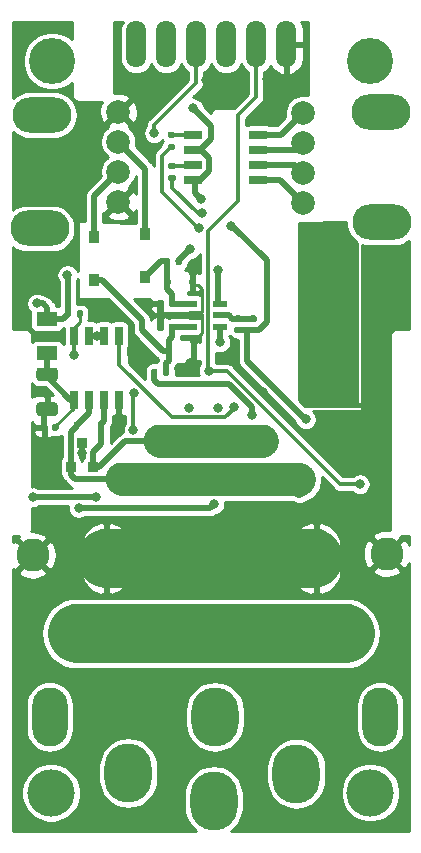
<source format=gbr>
%TF.GenerationSoftware,KiCad,Pcbnew,(5.1.10)-1*%
%TF.CreationDate,2021-10-24T00:58:49+05:30*%
%TF.ProjectId,Modbus_IO_Board,4d6f6462-7573-45f4-994f-5f426f617264,rev?*%
%TF.SameCoordinates,Original*%
%TF.FileFunction,Copper,L2,Bot*%
%TF.FilePolarity,Positive*%
%FSLAX46Y46*%
G04 Gerber Fmt 4.6, Leading zero omitted, Abs format (unit mm)*
G04 Created by KiCad (PCBNEW (5.1.10)-1) date 2021-10-24 00:58:49*
%MOMM*%
%LPD*%
G01*
G04 APERTURE LIST*
%TA.AperFunction,ComponentPad*%
%ADD10C,3.900000*%
%TD*%
%TA.AperFunction,ComponentPad*%
%ADD11C,4.000000*%
%TD*%
%TA.AperFunction,ComponentPad*%
%ADD12C,2.800000*%
%TD*%
%TA.AperFunction,ComponentPad*%
%ADD13C,2.000000*%
%TD*%
%TA.AperFunction,ComponentPad*%
%ADD14O,3.000000X5.000000*%
%TD*%
%TA.AperFunction,SMDPad,CuDef*%
%ADD15R,0.850000X1.050000*%
%TD*%
%TA.AperFunction,SMDPad,CuDef*%
%ADD16R,1.200000X0.600000*%
%TD*%
%TA.AperFunction,SMDPad,CuDef*%
%ADD17R,0.600000X0.450000*%
%TD*%
%TA.AperFunction,ComponentPad*%
%ADD18C,0.800000*%
%TD*%
%TA.AperFunction,ComponentPad*%
%ADD19O,5.000000X3.000000*%
%TD*%
%TA.AperFunction,ComponentPad*%
%ADD20O,4.000000X5.000000*%
%TD*%
%TA.AperFunction,SMDPad,CuDef*%
%ADD21R,0.840000X0.840000*%
%TD*%
%TA.AperFunction,ComponentPad*%
%ADD22O,1.700000X4.000000*%
%TD*%
%TA.AperFunction,SMDPad,CuDef*%
%ADD23R,1.595000X0.650000*%
%TD*%
%TA.AperFunction,SMDPad,CuDef*%
%ADD24R,0.650000X1.525000*%
%TD*%
%TA.AperFunction,SMDPad,CuDef*%
%ADD25R,1.800000X1.200000*%
%TD*%
%TA.AperFunction,ViaPad*%
%ADD26C,0.800000*%
%TD*%
%TA.AperFunction,ViaPad*%
%ADD27C,0.400000*%
%TD*%
%TA.AperFunction,Conductor*%
%ADD28C,0.500000*%
%TD*%
%TA.AperFunction,Conductor*%
%ADD29C,1.000000*%
%TD*%
%TA.AperFunction,Conductor*%
%ADD30C,2.000000*%
%TD*%
%TA.AperFunction,Conductor*%
%ADD31C,5.000000*%
%TD*%
%TA.AperFunction,Conductor*%
%ADD32C,0.250000*%
%TD*%
%TA.AperFunction,Conductor*%
%ADD33C,0.800000*%
%TD*%
%TA.AperFunction,Conductor*%
%ADD34C,0.300000*%
%TD*%
%TA.AperFunction,Conductor*%
%ADD35C,2.800000*%
%TD*%
%TA.AperFunction,Conductor*%
%ADD36C,0.254000*%
%TD*%
%TA.AperFunction,Conductor*%
%ADD37C,0.100000*%
%TD*%
G04 APERTURE END LIST*
D10*
%TO.P,H1,1*%
%TO.N,N/C*%
X131830000Y-60750000D03*
%TD*%
%TO.P,H2,1*%
%TO.N,N/C*%
X158750000Y-60760000D03*
%TD*%
D11*
%TO.P,H4,1*%
%TO.N,N/C*%
X158770000Y-122700000D03*
%TD*%
%TO.P,H3,1*%
%TO.N,N/C*%
X131740000Y-122710000D03*
%TD*%
D12*
%TO.P,TP9,1*%
%TO.N,/Data_A*%
X140970000Y-92964000D03*
%TD*%
%TO.P,B,1*%
%TO.N,/Data_B*%
X137750000Y-96180000D03*
%TD*%
D13*
%TO.P,I-3,1*%
%TO.N,Net-(D6-Pad1)*%
X137439400Y-70154800D03*
%TD*%
%TO.P,I-1,1*%
%TO.N,GND*%
X137439400Y-65074800D03*
%TD*%
%TO.P,I-2,1*%
%TO.N,Net-(D8-Pad1)*%
X137439400Y-67614800D03*
%TD*%
%TO.P,I-4,1*%
%TO.N,GND*%
X137439400Y-72694800D03*
%TD*%
%TO.P,O-4,1*%
%TO.N,Net-(IC5-Pad8)*%
X153060400Y-72771000D03*
%TD*%
%TO.P,O-3,1*%
%TO.N,Net-(IC5-Pad7)*%
X153060400Y-70231000D03*
%TD*%
%TO.P,O-2,1*%
%TO.N,Net-(IC5-Pad6)*%
X153060400Y-67691000D03*
%TD*%
%TO.P,O-1,1*%
%TO.N,Net-(IC5-Pad5)*%
X153060400Y-65151000D03*
%TD*%
D14*
%TO.P,TP11,1*%
%TO.N,GND*%
X154178000Y-102870000D03*
%TD*%
%TO.P,12V,1*%
%TO.N,+12V*%
X156718000Y-109230000D03*
%TD*%
%TO.P,TP15,1*%
%TO.N,GND*%
X136398000Y-102870000D03*
%TD*%
%TO.P,12V,1*%
%TO.N,+12V*%
X133920000Y-109230000D03*
%TD*%
D12*
%TO.P,B,1*%
%TO.N,/Data_B*%
X152760000Y-96220000D03*
%TD*%
%TO.P,A,1*%
%TO.N,/Data_A*%
X149606000Y-92964000D03*
%TD*%
D15*
%TO.P,D6,2*%
%TO.N,/1A*%
X135382000Y-79270000D03*
%TO.P,D6,1*%
%TO.N,Net-(D6-Pad1)*%
X135382000Y-75670000D03*
%TD*%
%TO.P,D8,2*%
%TO.N,/2A*%
X139700000Y-79016000D03*
%TO.P,D8,1*%
%TO.N,Net-(D8-Pad1)*%
X139700000Y-75416000D03*
%TD*%
D16*
%TO.P,IC4,6*%
%TO.N,/1Y*%
X146030000Y-83246000D03*
%TO.P,IC4,5*%
%TO.N,Net-(C15-Pad2)*%
X146030000Y-82296000D03*
%TO.P,IC4,4*%
%TO.N,/2Y*%
X146030000Y-81346000D03*
%TO.P,IC4,3*%
%TO.N,/2A*%
X143530000Y-81346000D03*
%TO.P,IC4,2*%
%TO.N,GND*%
X143530000Y-82296000D03*
%TO.P,IC4,1*%
%TO.N,/1A*%
X143530000Y-83246000D03*
%TD*%
D17*
%TO.P,D9,2*%
%TO.N,GND*%
X143700000Y-79490000D03*
%TO.P,D9,1*%
%TO.N,/2A*%
X141600000Y-79490000D03*
%TD*%
%TO.P,D7,2*%
%TO.N,GND*%
X143798000Y-85344000D03*
%TO.P,D7,1*%
%TO.N,/1A*%
X141698000Y-85344000D03*
%TD*%
%TO.P,C16,2*%
%TO.N,Net-(C15-Pad2)*%
%TA.AperFunction,SMDPad,CuDef*%
G36*
G01*
X149014000Y-82858000D02*
X148674000Y-82858000D01*
G75*
G02*
X148534000Y-82718000I0J140000D01*
G01*
X148534000Y-82438000D01*
G75*
G02*
X148674000Y-82298000I140000J0D01*
G01*
X149014000Y-82298000D01*
G75*
G02*
X149154000Y-82438000I0J-140000D01*
G01*
X149154000Y-82718000D01*
G75*
G02*
X149014000Y-82858000I-140000J0D01*
G01*
G37*
%TD.AperFunction*%
%TO.P,C16,1*%
%TO.N,+3V3*%
%TA.AperFunction,SMDPad,CuDef*%
G36*
G01*
X149014000Y-83818000D02*
X148674000Y-83818000D01*
G75*
G02*
X148534000Y-83678000I0J140000D01*
G01*
X148534000Y-83398000D01*
G75*
G02*
X148674000Y-83258000I140000J0D01*
G01*
X149014000Y-83258000D01*
G75*
G02*
X149154000Y-83398000I0J-140000D01*
G01*
X149154000Y-83678000D01*
G75*
G02*
X149014000Y-83818000I-140000J0D01*
G01*
G37*
%TD.AperFunction*%
%TD*%
%TO.P,C15,2*%
%TO.N,Net-(C15-Pad2)*%
%TA.AperFunction,SMDPad,CuDef*%
G36*
G01*
X147744000Y-82858000D02*
X147404000Y-82858000D01*
G75*
G02*
X147264000Y-82718000I0J140000D01*
G01*
X147264000Y-82438000D01*
G75*
G02*
X147404000Y-82298000I140000J0D01*
G01*
X147744000Y-82298000D01*
G75*
G02*
X147884000Y-82438000I0J-140000D01*
G01*
X147884000Y-82718000D01*
G75*
G02*
X147744000Y-82858000I-140000J0D01*
G01*
G37*
%TD.AperFunction*%
%TO.P,C15,1*%
%TO.N,+3V3*%
%TA.AperFunction,SMDPad,CuDef*%
G36*
G01*
X147744000Y-83818000D02*
X147404000Y-83818000D01*
G75*
G02*
X147264000Y-83678000I0J140000D01*
G01*
X147264000Y-83398000D01*
G75*
G02*
X147404000Y-83258000I140000J0D01*
G01*
X147744000Y-83258000D01*
G75*
G02*
X147884000Y-83398000I0J-140000D01*
G01*
X147884000Y-83678000D01*
G75*
G02*
X147744000Y-83818000I-140000J0D01*
G01*
G37*
%TD.AperFunction*%
%TD*%
%TO.P,C14,2*%
%TO.N,GND*%
%TA.AperFunction,SMDPad,CuDef*%
G36*
G01*
X141278000Y-81110000D02*
X141278000Y-81450000D01*
G75*
G02*
X141138000Y-81590000I-140000J0D01*
G01*
X140858000Y-81590000D01*
G75*
G02*
X140718000Y-81450000I0J140000D01*
G01*
X140718000Y-81110000D01*
G75*
G02*
X140858000Y-80970000I140000J0D01*
G01*
X141138000Y-80970000D01*
G75*
G02*
X141278000Y-81110000I0J-140000D01*
G01*
G37*
%TD.AperFunction*%
%TO.P,C14,1*%
%TO.N,/2A*%
%TA.AperFunction,SMDPad,CuDef*%
G36*
G01*
X142238000Y-81110000D02*
X142238000Y-81450000D01*
G75*
G02*
X142098000Y-81590000I-140000J0D01*
G01*
X141818000Y-81590000D01*
G75*
G02*
X141678000Y-81450000I0J140000D01*
G01*
X141678000Y-81110000D01*
G75*
G02*
X141818000Y-80970000I140000J0D01*
G01*
X142098000Y-80970000D01*
G75*
G02*
X142238000Y-81110000I0J-140000D01*
G01*
G37*
%TD.AperFunction*%
%TD*%
D18*
%TO.P,TP18,1*%
%TO.N,/TXD*%
X147219200Y-90079200D03*
%TD*%
%TO.P,RX,1*%
%TO.N,/RXD*%
X145870000Y-90100000D03*
%TD*%
D19*
%TO.P,e,*%
%TO.N,*%
X130960000Y-65330000D03*
%TD*%
%TO.P,e,*%
%TO.N,*%
X159660000Y-65060000D03*
%TD*%
%TO.P,e,*%
%TO.N,*%
X159720000Y-74422000D03*
%TD*%
D20*
%TO.P,,*%
%TO.N,*%
X138266400Y-121037600D03*
%TD*%
%TO.P,,*%
%TO.N,*%
X152490400Y-121101100D03*
%TD*%
%TO.P,,*%
%TO.N,*%
X145505400Y-123403100D03*
%TD*%
D14*
%TO.P,,*%
%TO.N,*%
X131607000Y-116287800D03*
%TD*%
D20*
%TO.P,,*%
%TO.N,*%
X145607000Y-116287800D03*
%TD*%
D14*
%TO.P,,*%
%TO.N,*%
X159607000Y-116287800D03*
%TD*%
%TO.P,C12,1*%
%TO.N,Net-(C11-Pad1)*%
%TA.AperFunction,SMDPad,CuDef*%
G36*
G01*
X130749999Y-86720000D02*
X132050001Y-86720000D01*
G75*
G02*
X132300000Y-86969999I0J-249999D01*
G01*
X132300000Y-87620001D01*
G75*
G02*
X132050001Y-87870000I-249999J0D01*
G01*
X130749999Y-87870000D01*
G75*
G02*
X130500000Y-87620001I0J249999D01*
G01*
X130500000Y-86969999D01*
G75*
G02*
X130749999Y-86720000I249999J0D01*
G01*
G37*
%TD.AperFunction*%
%TO.P,C12,2*%
%TO.N,GND*%
%TA.AperFunction,SMDPad,CuDef*%
G36*
G01*
X130749999Y-89670000D02*
X132050001Y-89670000D01*
G75*
G02*
X132300000Y-89919999I0J-249999D01*
G01*
X132300000Y-90570001D01*
G75*
G02*
X132050001Y-90820000I-249999J0D01*
G01*
X130749999Y-90820000D01*
G75*
G02*
X130500000Y-90570001I0J249999D01*
G01*
X130500000Y-89919999D01*
G75*
G02*
X130749999Y-89670000I249999J0D01*
G01*
G37*
%TD.AperFunction*%
%TD*%
D18*
%TO.P,EN,1*%
%TO.N,/MAX_EN*%
X143440000Y-90100000D03*
%TD*%
%TO.P,C13,2*%
%TO.N,GND*%
%TA.AperFunction,SMDPad,CuDef*%
G36*
G01*
X141278000Y-83142000D02*
X141278000Y-83482000D01*
G75*
G02*
X141138000Y-83622000I-140000J0D01*
G01*
X140858000Y-83622000D01*
G75*
G02*
X140718000Y-83482000I0J140000D01*
G01*
X140718000Y-83142000D01*
G75*
G02*
X140858000Y-83002000I140000J0D01*
G01*
X141138000Y-83002000D01*
G75*
G02*
X141278000Y-83142000I0J-140000D01*
G01*
G37*
%TD.AperFunction*%
%TO.P,C13,1*%
%TO.N,/1A*%
%TA.AperFunction,SMDPad,CuDef*%
G36*
G01*
X142238000Y-83142000D02*
X142238000Y-83482000D01*
G75*
G02*
X142098000Y-83622000I-140000J0D01*
G01*
X141818000Y-83622000D01*
G75*
G02*
X141678000Y-83482000I0J140000D01*
G01*
X141678000Y-83142000D01*
G75*
G02*
X141818000Y-83002000I140000J0D01*
G01*
X142098000Y-83002000D01*
G75*
G02*
X142238000Y-83142000I0J-140000D01*
G01*
G37*
%TD.AperFunction*%
%TD*%
%TO.P,C11,1*%
%TO.N,Net-(C11-Pad1)*%
%TA.AperFunction,SMDPad,CuDef*%
G36*
G01*
X132380000Y-91600000D02*
X132380000Y-91940000D01*
G75*
G02*
X132240000Y-92080000I-140000J0D01*
G01*
X131960000Y-92080000D01*
G75*
G02*
X131820000Y-91940000I0J140000D01*
G01*
X131820000Y-91600000D01*
G75*
G02*
X131960000Y-91460000I140000J0D01*
G01*
X132240000Y-91460000D01*
G75*
G02*
X132380000Y-91600000I0J-140000D01*
G01*
G37*
%TD.AperFunction*%
%TO.P,C11,2*%
%TO.N,GND*%
%TA.AperFunction,SMDPad,CuDef*%
G36*
G01*
X131420000Y-91600000D02*
X131420000Y-91940000D01*
G75*
G02*
X131280000Y-92080000I-140000J0D01*
G01*
X131000000Y-92080000D01*
G75*
G02*
X130860000Y-91940000I0J140000D01*
G01*
X130860000Y-91600000D01*
G75*
G02*
X131000000Y-91460000I140000J0D01*
G01*
X131280000Y-91460000D01*
G75*
G02*
X131420000Y-91600000I0J-140000D01*
G01*
G37*
%TD.AperFunction*%
%TD*%
%TO.P,R9,2*%
%TO.N,/2A*%
%TA.AperFunction,SMDPad,CuDef*%
G36*
G01*
X141790000Y-77535000D02*
X141790000Y-77905000D01*
G75*
G02*
X141655000Y-78040000I-135000J0D01*
G01*
X141385000Y-78040000D01*
G75*
G02*
X141250000Y-77905000I0J135000D01*
G01*
X141250000Y-77535000D01*
G75*
G02*
X141385000Y-77400000I135000J0D01*
G01*
X141655000Y-77400000D01*
G75*
G02*
X141790000Y-77535000I0J-135000D01*
G01*
G37*
%TD.AperFunction*%
%TO.P,R9,1*%
%TO.N,+3V3*%
%TA.AperFunction,SMDPad,CuDef*%
G36*
G01*
X142810000Y-77535000D02*
X142810000Y-77905000D01*
G75*
G02*
X142675000Y-78040000I-135000J0D01*
G01*
X142405000Y-78040000D01*
G75*
G02*
X142270000Y-77905000I0J135000D01*
G01*
X142270000Y-77535000D01*
G75*
G02*
X142405000Y-77400000I135000J0D01*
G01*
X142675000Y-77400000D01*
G75*
G02*
X142810000Y-77535000I0J-135000D01*
G01*
G37*
%TD.AperFunction*%
%TD*%
%TO.P,R6,2*%
%TO.N,/1A*%
%TA.AperFunction,SMDPad,CuDef*%
G36*
G01*
X141208000Y-87307000D02*
X141208000Y-86937000D01*
G75*
G02*
X141343000Y-86802000I135000J0D01*
G01*
X141613000Y-86802000D01*
G75*
G02*
X141748000Y-86937000I0J-135000D01*
G01*
X141748000Y-87307000D01*
G75*
G02*
X141613000Y-87442000I-135000J0D01*
G01*
X141343000Y-87442000D01*
G75*
G02*
X141208000Y-87307000I0J135000D01*
G01*
G37*
%TD.AperFunction*%
%TO.P,R6,1*%
%TO.N,+3V3*%
%TA.AperFunction,SMDPad,CuDef*%
G36*
G01*
X140188000Y-87307000D02*
X140188000Y-86937000D01*
G75*
G02*
X140323000Y-86802000I135000J0D01*
G01*
X140593000Y-86802000D01*
G75*
G02*
X140728000Y-86937000I0J-135000D01*
G01*
X140728000Y-87307000D01*
G75*
G02*
X140593000Y-87442000I-135000J0D01*
G01*
X140323000Y-87442000D01*
G75*
G02*
X140188000Y-87307000I0J135000D01*
G01*
G37*
%TD.AperFunction*%
%TD*%
%TO.P,R5,2*%
%TO.N,Net-(IC5-Pad2)*%
%TA.AperFunction,SMDPad,CuDef*%
G36*
G01*
X142165000Y-69910000D02*
X141795000Y-69910000D01*
G75*
G02*
X141660000Y-69775000I0J135000D01*
G01*
X141660000Y-69505000D01*
G75*
G02*
X141795000Y-69370000I135000J0D01*
G01*
X142165000Y-69370000D01*
G75*
G02*
X142300000Y-69505000I0J-135000D01*
G01*
X142300000Y-69775000D01*
G75*
G02*
X142165000Y-69910000I-135000J0D01*
G01*
G37*
%TD.AperFunction*%
%TO.P,R5,1*%
%TO.N,/OUT1*%
%TA.AperFunction,SMDPad,CuDef*%
G36*
G01*
X142165000Y-70930000D02*
X141795000Y-70930000D01*
G75*
G02*
X141660000Y-70795000I0J135000D01*
G01*
X141660000Y-70525000D01*
G75*
G02*
X141795000Y-70390000I135000J0D01*
G01*
X142165000Y-70390000D01*
G75*
G02*
X142300000Y-70525000I0J-135000D01*
G01*
X142300000Y-70795000D01*
G75*
G02*
X142165000Y-70930000I-135000J0D01*
G01*
G37*
%TD.AperFunction*%
%TD*%
%TO.P,R4,2*%
%TO.N,Net-(IC5-Pad4)*%
%TA.AperFunction,SMDPad,CuDef*%
G36*
G01*
X142105000Y-67290000D02*
X141735000Y-67290000D01*
G75*
G02*
X141600000Y-67155000I0J135000D01*
G01*
X141600000Y-66885000D01*
G75*
G02*
X141735000Y-66750000I135000J0D01*
G01*
X142105000Y-66750000D01*
G75*
G02*
X142240000Y-66885000I0J-135000D01*
G01*
X142240000Y-67155000D01*
G75*
G02*
X142105000Y-67290000I-135000J0D01*
G01*
G37*
%TD.AperFunction*%
%TO.P,R4,1*%
%TO.N,/OUT2*%
%TA.AperFunction,SMDPad,CuDef*%
G36*
G01*
X142105000Y-68310000D02*
X141735000Y-68310000D01*
G75*
G02*
X141600000Y-68175000I0J135000D01*
G01*
X141600000Y-67905000D01*
G75*
G02*
X141735000Y-67770000I135000J0D01*
G01*
X142105000Y-67770000D01*
G75*
G02*
X142240000Y-67905000I0J-135000D01*
G01*
X142240000Y-68175000D01*
G75*
G02*
X142105000Y-68310000I-135000J0D01*
G01*
G37*
%TD.AperFunction*%
%TD*%
%TO.P,R2,1*%
%TO.N,+3V3*%
%TA.AperFunction,SMDPad,CuDef*%
G36*
G01*
X132880000Y-82345000D02*
X132880000Y-81975000D01*
G75*
G02*
X133015000Y-81840000I135000J0D01*
G01*
X133285000Y-81840000D01*
G75*
G02*
X133420000Y-81975000I0J-135000D01*
G01*
X133420000Y-82345000D01*
G75*
G02*
X133285000Y-82480000I-135000J0D01*
G01*
X133015000Y-82480000D01*
G75*
G02*
X132880000Y-82345000I0J135000D01*
G01*
G37*
%TD.AperFunction*%
%TO.P,R2,2*%
%TO.N,/RXD*%
%TA.AperFunction,SMDPad,CuDef*%
G36*
G01*
X133900000Y-82345000D02*
X133900000Y-81975000D01*
G75*
G02*
X134035000Y-81840000I135000J0D01*
G01*
X134305000Y-81840000D01*
G75*
G02*
X134440000Y-81975000I0J-135000D01*
G01*
X134440000Y-82345000D01*
G75*
G02*
X134305000Y-82480000I-135000J0D01*
G01*
X134035000Y-82480000D01*
G75*
G02*
X133900000Y-82345000I0J135000D01*
G01*
G37*
%TD.AperFunction*%
%TD*%
D19*
%TO.P,e,*%
%TO.N,*%
X130760000Y-74940000D03*
%TD*%
D17*
%TO.P,D5,2*%
%TO.N,/Data_A*%
X135990000Y-91480000D03*
%TO.P,D5,1*%
%TO.N,/Data_B*%
X133890000Y-91480000D03*
%TD*%
D21*
%TO.P,U1,3*%
%TO.N,GND*%
X134340000Y-93120000D03*
%TO.P,U1,2*%
%TO.N,/Data_B*%
X133400000Y-95125000D03*
%TO.P,U1,1*%
%TO.N,/Data_A*%
X135280000Y-95125000D03*
%TD*%
D22*
%TO.P,J1,6*%
%TO.N,GND*%
X151638000Y-59352000D03*
%TO.P,J1,5*%
%TO.N,/RSB*%
X149098000Y-59352000D03*
%TO.P,J1,4*%
%TO.N,/MOSI*%
X146558000Y-59352000D03*
%TO.P,J1,3*%
%TO.N,/SCK*%
X144018000Y-59352000D03*
%TO.P,J1,2*%
%TO.N,+3V3*%
X141478000Y-59352000D03*
%TO.P,J1,1*%
%TO.N,/MISO*%
X138938000Y-59352000D03*
%TD*%
D23*
%TO.P,IC5,8*%
%TO.N,Net-(IC5-Pad8)*%
X149282000Y-70795000D03*
%TO.P,IC5,7*%
%TO.N,Net-(IC5-Pad7)*%
X149282000Y-69525000D03*
%TO.P,IC5,6*%
%TO.N,Net-(IC5-Pad6)*%
X149282000Y-68255000D03*
%TO.P,IC5,5*%
%TO.N,Net-(IC5-Pad5)*%
X149282000Y-66985000D03*
%TO.P,IC5,4*%
%TO.N,Net-(IC5-Pad4)*%
X143778000Y-66985000D03*
%TO.P,IC5,3*%
%TO.N,+3V3*%
X143778000Y-68255000D03*
%TO.P,IC5,2*%
%TO.N,Net-(IC5-Pad2)*%
X143778000Y-69525000D03*
%TO.P,IC5,1*%
%TO.N,+3V3*%
X143778000Y-70795000D03*
%TD*%
D24*
%TO.P,IC3,8*%
%TO.N,Net-(C11-Pad1)*%
X133655000Y-89432000D03*
%TO.P,IC3,7*%
%TO.N,/Data_B*%
X134925000Y-89432000D03*
%TO.P,IC3,6*%
%TO.N,/Data_A*%
X136195000Y-89432000D03*
%TO.P,IC3,5*%
%TO.N,GND*%
X137465000Y-89432000D03*
%TO.P,IC3,4*%
%TO.N,/TXD*%
X137465000Y-84008000D03*
%TO.P,IC3,3*%
%TO.N,/MAX_EN*%
X136195000Y-84008000D03*
%TO.P,IC3,2*%
X134925000Y-84008000D03*
%TO.P,IC3,1*%
%TO.N,/RXD*%
X133655000Y-84008000D03*
%TD*%
D25*
%TO.P,FB2,1*%
%TO.N,Net-(C11-Pad1)*%
X131410000Y-85490000D03*
%TO.P,FB2,2*%
%TO.N,+3V3*%
X131410000Y-82590000D03*
%TD*%
D12*
%TO.P,GND,1*%
%TO.N,GND*%
X130175000Y-102616000D03*
%TD*%
%TO.P,GND,1*%
%TO.N,GND*%
X160147000Y-102489000D03*
%TD*%
D26*
%TO.N,/1Y*%
X146050000Y-84582000D03*
%TO.N,GND*%
X147421600Y-62331600D03*
X144856200Y-62331600D03*
D27*
X146304000Y-104394000D03*
X141342000Y-104394000D03*
X143352000Y-104384000D03*
X142332000Y-104394000D03*
X144272000Y-104394000D03*
X140312000Y-104394000D03*
X145288000Y-104394000D03*
X146304000Y-101854000D03*
X141342000Y-101854000D03*
X143352000Y-101844000D03*
X142332000Y-101854000D03*
X144272000Y-101854000D03*
X140312000Y-101854000D03*
X145288000Y-101854000D03*
X146304000Y-103632000D03*
X141342000Y-103632000D03*
X143352000Y-103622000D03*
X142332000Y-103632000D03*
X144272000Y-103632000D03*
X140312000Y-103632000D03*
X145288000Y-103632000D03*
X146304000Y-102870000D03*
X140312000Y-102870000D03*
X141342000Y-102870000D03*
X142332000Y-102870000D03*
X143352000Y-102860000D03*
X144272000Y-102870000D03*
X145288000Y-102870000D03*
D26*
X134366000Y-93980000D03*
X158850000Y-79440000D03*
X158870000Y-85260000D03*
X158940000Y-89710000D03*
X151536400Y-99187000D03*
X137185400Y-92278200D03*
X142951200Y-62331600D03*
X150037800Y-62280800D03*
X161417000Y-82042000D03*
X147066000Y-85598000D03*
X135382000Y-81534000D03*
X143510000Y-86360000D03*
D27*
X149860000Y-113538000D03*
D26*
X149640000Y-88790000D03*
X131420000Y-80420000D03*
X130820000Y-99940000D03*
X131870000Y-93410000D03*
X132210000Y-96290000D03*
X134068800Y-100032800D03*
X159350000Y-97850000D03*
X138840000Y-84510000D03*
%TO.N,/RSB*%
X157870000Y-96580000D03*
X145070000Y-86970000D03*
%TO.N,+3V3*%
X135534400Y-97713800D03*
X143764000Y-64770000D03*
D27*
X140790000Y-88140000D03*
D26*
X148740000Y-90700000D03*
X144440000Y-72430000D03*
X146990000Y-74700000D03*
X133120000Y-78880000D03*
X130560000Y-81290000D03*
X153305000Y-91095000D03*
X143510000Y-76708000D03*
X130210000Y-97710000D03*
%TO.N,Net-(C8-Pad1)*%
X145542000Y-98298000D03*
X134067200Y-98592800D03*
%TO.N,/RXD*%
X133640000Y-85690000D03*
%TO.N,/MAX_EN*%
X135630000Y-84060000D03*
%TO.N,/Vin*%
X138760000Y-88890000D03*
X138709400Y-91998800D03*
%TO.N,/SCK*%
X140460000Y-66870000D03*
%TO.N,/OUT2*%
X144272000Y-74930000D03*
%TO.N,/OUT1*%
X144526000Y-73660000D03*
%TO.N,/2Y*%
X145870000Y-78412000D03*
%TD*%
D28*
%TO.N,GND*%
X147421600Y-62331600D02*
X144856200Y-62331600D01*
D29*
X153924000Y-103870000D02*
X154178000Y-103616000D01*
D30*
X153924000Y-102870000D02*
X154178000Y-102616000D01*
D31*
X136398000Y-102870000D02*
X140820000Y-102870000D01*
X140820000Y-102870000D02*
X141560000Y-102870000D01*
X141560000Y-102870000D02*
X142370000Y-102870000D01*
X142370000Y-102870000D02*
X143100000Y-102870000D01*
X143100000Y-102870000D02*
X143970000Y-102870000D01*
X143970000Y-102870000D02*
X144650000Y-102870000D01*
X144650000Y-102870000D02*
X145420000Y-102870000D01*
X145420000Y-102870000D02*
X146070000Y-102870000D01*
X146070000Y-102870000D02*
X153924000Y-102870000D01*
D32*
X131140000Y-90505000D02*
X131400000Y-90245000D01*
D28*
X131140000Y-91770000D02*
X131140000Y-90505000D01*
D32*
X134340000Y-93954000D02*
X134340000Y-93120000D01*
X134366000Y-93980000D02*
X134340000Y-93954000D01*
D28*
X143530000Y-82296000D02*
X141280000Y-82296000D01*
X140998000Y-82014000D02*
X140998000Y-83312000D01*
X141280000Y-82296000D02*
X140998000Y-82014000D01*
X140998000Y-81280000D02*
X140998000Y-82014000D01*
D32*
X143510000Y-86360000D02*
X143510000Y-86106000D01*
X144526000Y-83820000D02*
X144272000Y-84074000D01*
X144526000Y-82296000D02*
X144526000Y-83820000D01*
D33*
X143530000Y-82296000D02*
X144272000Y-82296000D01*
D32*
X144530000Y-82038000D02*
X144272000Y-82296000D01*
X144530000Y-80100000D02*
X144530000Y-82038000D01*
X144186000Y-79756000D02*
X144530000Y-80100000D01*
X143798000Y-79756000D02*
X144186000Y-79756000D01*
X131140000Y-92680000D02*
X131140000Y-91770000D01*
X131870000Y-93410000D02*
X131140000Y-92680000D01*
X131256000Y-93410000D02*
X131870000Y-93410000D01*
X131064000Y-93218000D02*
X131256000Y-93410000D01*
D34*
%TO.N,/RSB*%
X157820000Y-96630000D02*
X157870000Y-96580000D01*
X149098000Y-63832000D02*
X149098000Y-60452000D01*
X147574000Y-65356000D02*
X149098000Y-63832000D01*
X147574000Y-72644000D02*
X147574000Y-65356000D01*
X145034000Y-75184000D02*
X147574000Y-72644000D01*
X145034000Y-86934000D02*
X145034000Y-75184000D01*
X145070000Y-86970000D02*
X145034000Y-86934000D01*
X156210000Y-96580000D02*
X157870000Y-96580000D01*
X146630000Y-87000000D02*
X156210000Y-96580000D01*
X145100000Y-87000000D02*
X146630000Y-87000000D01*
X145070000Y-86970000D02*
X145100000Y-87000000D01*
D32*
%TO.N,+3V3*%
X131480000Y-82520000D02*
X131410000Y-82590000D01*
D28*
X132720000Y-82590000D02*
X133150000Y-82160000D01*
X131410000Y-82590000D02*
X132720000Y-82590000D01*
D34*
X133160000Y-82150000D02*
X133150000Y-82160000D01*
X144365000Y-68255000D02*
X143778000Y-68255000D01*
D28*
X145090000Y-70080000D02*
X144375000Y-70795000D01*
D32*
X144375000Y-70795000D02*
X143778000Y-70795000D01*
D28*
X145090000Y-68950000D02*
X145090000Y-70080000D01*
X144395000Y-68255000D02*
X145090000Y-68950000D01*
D32*
X143778000Y-68255000D02*
X144395000Y-68255000D01*
D34*
X143940000Y-70957000D02*
X143778000Y-70795000D01*
X135534400Y-97713800D02*
X135509000Y-97688400D01*
D28*
X147574000Y-83538000D02*
X148844000Y-83538000D01*
X145280000Y-66286000D02*
X145280000Y-67340000D01*
X143764000Y-64770000D02*
X145280000Y-66286000D01*
X145280000Y-67340000D02*
X144365000Y-68255000D01*
X140458000Y-87808000D02*
X140790000Y-88140000D01*
X140458000Y-87122000D02*
X140458000Y-87808000D01*
X146830000Y-88140000D02*
X140790000Y-88140000D01*
X148740000Y-90050000D02*
X146830000Y-88140000D01*
X148740000Y-90700000D02*
X148740000Y-90050000D01*
D32*
X133240000Y-79950000D02*
X133240000Y-79370000D01*
D28*
X143940000Y-71930000D02*
X143940000Y-70957000D01*
X144440000Y-72430000D02*
X143940000Y-71930000D01*
X149302000Y-83538000D02*
X148844000Y-83538000D01*
X150000000Y-77610000D02*
X150000000Y-82840000D01*
X147090000Y-74700000D02*
X150000000Y-77610000D01*
X146990000Y-74700000D02*
X147090000Y-74700000D01*
X150000000Y-82840000D02*
X149302000Y-83538000D01*
X133120000Y-78880000D02*
X133160000Y-78920000D01*
X133160000Y-78920000D02*
X133160000Y-82150000D01*
X131410000Y-81660000D02*
X131410000Y-82590000D01*
X131040000Y-81290000D02*
X131410000Y-81660000D01*
X130560000Y-81290000D02*
X131040000Y-81290000D01*
D34*
X153274200Y-91095000D02*
X151307800Y-89128600D01*
X153305000Y-91095000D02*
X153274200Y-91095000D01*
D28*
X153274200Y-91095000D02*
X148336000Y-86156800D01*
X148336000Y-86156800D02*
X148336000Y-83566000D01*
X143510000Y-76708000D02*
X142496000Y-77722000D01*
X130231600Y-97688400D02*
X135509000Y-97688400D01*
X130210000Y-97710000D02*
X130231600Y-97688400D01*
%TO.N,Net-(C8-Pad1)*%
X145211800Y-98628200D02*
X145542000Y-98298000D01*
X134102600Y-98628200D02*
X145211800Y-98628200D01*
X134067200Y-98592800D02*
X134102600Y-98628200D01*
%TO.N,Net-(C11-Pad1)*%
X131410000Y-87285000D02*
X131400000Y-87295000D01*
X131410000Y-85490000D02*
X131410000Y-87285000D01*
X133372000Y-89432000D02*
X133655000Y-89432000D01*
X131400000Y-87460000D02*
X133372000Y-89432000D01*
X131400000Y-87295000D02*
X131400000Y-87460000D01*
D32*
X133655000Y-90119000D02*
X133655000Y-89432000D01*
X132100000Y-91674000D02*
X133655000Y-90119000D01*
X132100000Y-91770000D02*
X132100000Y-91674000D01*
D28*
%TO.N,/Data_A*%
X135280000Y-95125000D02*
X135280000Y-93860000D01*
X135990000Y-93150000D02*
X135990000Y-91480000D01*
X135280000Y-93860000D02*
X135990000Y-93150000D01*
X137966000Y-92964000D02*
X140970000Y-92964000D01*
X135805000Y-95125000D02*
X137966000Y-92964000D01*
X135280000Y-95125000D02*
X135805000Y-95125000D01*
D35*
X140970000Y-92964000D02*
X149606000Y-92964000D01*
D28*
X136195000Y-91265000D02*
X136195000Y-89432000D01*
X135950000Y-91510000D02*
X136195000Y-91265000D01*
D29*
%TO.N,/Data_B*%
X152720000Y-97180000D02*
X152760000Y-97220000D01*
D28*
X133890000Y-91480000D02*
X133890000Y-91670000D01*
X133400000Y-92160000D02*
X133400000Y-95125000D01*
X133890000Y-91670000D02*
X133400000Y-92160000D01*
X133400000Y-95125000D02*
X133400000Y-95780000D01*
X133800000Y-96180000D02*
X137750000Y-96180000D01*
X133400000Y-95780000D02*
X133800000Y-96180000D01*
D30*
X152720000Y-96180000D02*
X152760000Y-96220000D01*
D35*
X137750000Y-96180000D02*
X152720000Y-96180000D01*
D28*
X133890000Y-91480000D02*
X134040000Y-91480000D01*
X134925000Y-90595000D02*
X134925000Y-89432000D01*
X134040000Y-91480000D02*
X134925000Y-90595000D01*
D34*
%TO.N,/TXD*%
X137465000Y-86465000D02*
X137465000Y-84008000D01*
X141932000Y-90932000D02*
X137465000Y-86465000D01*
X146456400Y-90932000D02*
X141932000Y-90932000D01*
X147269200Y-90119200D02*
X146456400Y-90932000D01*
D32*
%TO.N,/RXD*%
X133655000Y-84008000D02*
X133655000Y-83345000D01*
X134170000Y-82830000D02*
X134170000Y-82160000D01*
X133655000Y-83345000D02*
X134170000Y-82830000D01*
D34*
X133655000Y-85675000D02*
X133640000Y-85690000D01*
X133655000Y-84008000D02*
X133655000Y-85675000D01*
D28*
%TO.N,/MAX_EN*%
X134925000Y-84008000D02*
X136195000Y-84008000D01*
D34*
%TO.N,/Vin*%
X138684000Y-88966000D02*
X138760000Y-88890000D01*
X138684000Y-91973400D02*
X138684000Y-88966000D01*
X138709400Y-91998800D02*
X138684000Y-91973400D01*
%TO.N,/SCK*%
X144018000Y-62622000D02*
X144018000Y-60452000D01*
X140460000Y-66870000D02*
X140460000Y-66180000D01*
X140460000Y-66180000D02*
X144018000Y-62622000D01*
D28*
%TO.N,Net-(IC5-Pad8)*%
X151084400Y-70795000D02*
X153060400Y-72771000D01*
X149282000Y-70795000D02*
X151084400Y-70795000D01*
%TO.N,Net-(IC5-Pad7)*%
X152354400Y-69525000D02*
X153060400Y-70231000D01*
X149282000Y-69525000D02*
X152354400Y-69525000D01*
%TO.N,Net-(IC5-Pad6)*%
X152496400Y-68255000D02*
X153060400Y-67691000D01*
X149282000Y-68255000D02*
X152496400Y-68255000D01*
%TO.N,Net-(IC5-Pad5)*%
X151226400Y-66985000D02*
X153060400Y-65151000D01*
X149282000Y-66985000D02*
X151226400Y-66985000D01*
D34*
%TO.N,Net-(IC5-Pad4)*%
X143743000Y-67020000D02*
X143778000Y-66985000D01*
X141920000Y-67020000D02*
X143743000Y-67020000D01*
%TO.N,Net-(IC5-Pad2)*%
X143603000Y-69700000D02*
X143778000Y-69525000D01*
X143663000Y-69640000D02*
X143778000Y-69525000D01*
X141980000Y-69640000D02*
X143663000Y-69640000D01*
D29*
%TO.N,+12V*%
X156608000Y-110230000D02*
X156718000Y-110340000D01*
D30*
X156608000Y-109230000D02*
X156718000Y-109340000D01*
D31*
X133920000Y-109230000D02*
X156608000Y-109230000D01*
D34*
%TO.N,/OUT2*%
X141870000Y-68040000D02*
X141920000Y-68040000D01*
X141110000Y-68800000D02*
X141870000Y-68040000D01*
X141110000Y-71887000D02*
X141110000Y-68800000D01*
X144153000Y-74930000D02*
X141110000Y-71887000D01*
X144272000Y-74930000D02*
X144153000Y-74930000D01*
%TO.N,/OUT1*%
X141980000Y-71495000D02*
X141980000Y-70660000D01*
X144145000Y-73660000D02*
X141980000Y-71495000D01*
X144526000Y-73660000D02*
X144145000Y-73660000D01*
D28*
%TO.N,/1A*%
X142024000Y-83246000D02*
X141958000Y-83312000D01*
X143530000Y-83246000D02*
X142024000Y-83246000D01*
X141958000Y-84102000D02*
X141958000Y-83312000D01*
X141698000Y-84362000D02*
X141958000Y-84102000D01*
X141478000Y-87122000D02*
X141478000Y-86360000D01*
X141698000Y-86140000D02*
X141698000Y-84802000D01*
X141478000Y-86360000D02*
X141698000Y-86140000D01*
X141698000Y-84802000D02*
X141698000Y-84362000D01*
X141698000Y-85344000D02*
X141698000Y-84802000D01*
D32*
X141958000Y-83312000D02*
X141958000Y-83594000D01*
D28*
X141224000Y-85344000D02*
X141698000Y-85344000D01*
X139410000Y-83530000D02*
X141224000Y-85344000D01*
X139410000Y-82670000D02*
X139410000Y-83530000D01*
X136010000Y-79270000D02*
X139410000Y-82670000D01*
X135382000Y-79270000D02*
X136010000Y-79270000D01*
%TO.N,/2A*%
X142024000Y-81346000D02*
X141958000Y-81280000D01*
X143530000Y-81346000D02*
X142024000Y-81346000D01*
X141016000Y-77700000D02*
X139700000Y-79016000D01*
X141570000Y-80102000D02*
X141570000Y-77700000D01*
X141570000Y-77700000D02*
X141016000Y-77700000D01*
X141958000Y-80490000D02*
X141570000Y-80102000D01*
X141958000Y-81280000D02*
X141958000Y-80490000D01*
%TO.N,Net-(C15-Pad2)*%
X147574000Y-82578000D02*
X148844000Y-82578000D01*
X147574000Y-82578000D02*
X147094000Y-82578000D01*
X146812000Y-82296000D02*
X146030000Y-82296000D01*
X147094000Y-82578000D02*
X146812000Y-82296000D01*
%TO.N,Net-(D6-Pad1)*%
X135382000Y-72212200D02*
X137439400Y-70154800D01*
X135382000Y-75670000D02*
X135382000Y-72212200D01*
%TO.N,Net-(D8-Pad1)*%
X139700000Y-69875400D02*
X137439400Y-67614800D01*
X139700000Y-75416000D02*
X139700000Y-69875400D01*
%TO.N,/1Y*%
X146030000Y-84562000D02*
X146050000Y-84582000D01*
X146030000Y-83246000D02*
X146030000Y-84562000D01*
%TO.N,/2Y*%
X145870000Y-81186000D02*
X146030000Y-81346000D01*
X145870000Y-78412000D02*
X145870000Y-81186000D01*
%TD*%
D36*
%TO.N,GND*%
X156683193Y-74422000D02*
X156722330Y-74819361D01*
X156838236Y-75201452D01*
X157026457Y-75553589D01*
X157279760Y-75862240D01*
X157588411Y-76115543D01*
X157642974Y-76144707D01*
X157642100Y-89666992D01*
X157646306Y-89699413D01*
X157654989Y-89722746D01*
X157668057Y-89743937D01*
X157685008Y-89762171D01*
X157705191Y-89776748D01*
X157727830Y-89787107D01*
X157752054Y-89792851D01*
X157776934Y-89793758D01*
X157938734Y-89783758D01*
X157955774Y-89781540D01*
X157979593Y-89774295D01*
X158001540Y-89762541D01*
X158020773Y-89746732D01*
X158036552Y-89727475D01*
X158048271Y-89705509D01*
X158055479Y-89681679D01*
X158057900Y-89656900D01*
X158047452Y-76336193D01*
X158322639Y-76419670D01*
X158620429Y-76449000D01*
X160819571Y-76449000D01*
X161117361Y-76419670D01*
X161499452Y-76303764D01*
X161851589Y-76115543D01*
X162038276Y-75962333D01*
X162034886Y-83409400D01*
X161104794Y-83409400D01*
X161074000Y-83406367D01*
X160951087Y-83418473D01*
X160832897Y-83454325D01*
X160723972Y-83512547D01*
X160628499Y-83590899D01*
X160550147Y-83686372D01*
X160491925Y-83795297D01*
X160456073Y-83913487D01*
X160443967Y-84036400D01*
X160447000Y-84067193D01*
X160447001Y-100305996D01*
X160443967Y-100336800D01*
X160456073Y-100459713D01*
X160459743Y-100471812D01*
X160100223Y-100444690D01*
X159702296Y-100493096D01*
X159321460Y-100618205D01*
X159050135Y-100763230D01*
X158906158Y-101068553D01*
X160147000Y-102309395D01*
X161387842Y-101068553D01*
X161338445Y-100963800D01*
X162034897Y-100963800D01*
X162035252Y-101716600D01*
X162017795Y-101663460D01*
X161872770Y-101392135D01*
X161567447Y-101248158D01*
X160326605Y-102489000D01*
X161567447Y-103729842D01*
X161872770Y-103585865D01*
X162035982Y-103262958D01*
X162046704Y-125966600D01*
X146974351Y-125966600D01*
X147300905Y-125698605D01*
X147616690Y-125313819D01*
X147851340Y-124874819D01*
X147995836Y-124398478D01*
X148032400Y-124027241D01*
X148032400Y-122778958D01*
X147995836Y-122407721D01*
X147851340Y-121931380D01*
X147616690Y-121492381D01*
X147300905Y-121107595D01*
X146916118Y-120791810D01*
X146477119Y-120557160D01*
X146212731Y-120476959D01*
X149963400Y-120476959D01*
X149963400Y-121725242D01*
X149999964Y-122096479D01*
X150144460Y-122572820D01*
X150379110Y-123011819D01*
X150694896Y-123396605D01*
X151079682Y-123712390D01*
X151518681Y-123947040D01*
X151995022Y-124091536D01*
X152490400Y-124140327D01*
X152985779Y-124091536D01*
X153462120Y-123947040D01*
X153901119Y-123712390D01*
X154285905Y-123396605D01*
X154601690Y-123011819D01*
X154836340Y-122572819D01*
X154873259Y-122451112D01*
X156243000Y-122451112D01*
X156243000Y-122948888D01*
X156340111Y-123437099D01*
X156530602Y-123896983D01*
X156807151Y-124310869D01*
X157159131Y-124662849D01*
X157573017Y-124939398D01*
X158032901Y-125129889D01*
X158521112Y-125227000D01*
X159018888Y-125227000D01*
X159507099Y-125129889D01*
X159966983Y-124939398D01*
X160380869Y-124662849D01*
X160732849Y-124310869D01*
X161009398Y-123896983D01*
X161199889Y-123437099D01*
X161297000Y-122948888D01*
X161297000Y-122451112D01*
X161199889Y-121962901D01*
X161009398Y-121503017D01*
X160732849Y-121089131D01*
X160380869Y-120737151D01*
X159966983Y-120460602D01*
X159507099Y-120270111D01*
X159018888Y-120173000D01*
X158521112Y-120173000D01*
X158032901Y-120270111D01*
X157573017Y-120460602D01*
X157159131Y-120737151D01*
X156807151Y-121089131D01*
X156530602Y-121503017D01*
X156340111Y-121962901D01*
X156243000Y-122451112D01*
X154873259Y-122451112D01*
X154980836Y-122096478D01*
X155017400Y-121725241D01*
X155017400Y-120476958D01*
X154980836Y-120105721D01*
X154836340Y-119629380D01*
X154601690Y-119190381D01*
X154285905Y-118805595D01*
X153901118Y-118489810D01*
X153462119Y-118255160D01*
X152985778Y-118110664D01*
X152490400Y-118061873D01*
X151995021Y-118110664D01*
X151518680Y-118255160D01*
X151079681Y-118489810D01*
X150694895Y-118805595D01*
X150379110Y-119190382D01*
X150144460Y-119629381D01*
X149999964Y-120105722D01*
X149963400Y-120476959D01*
X146212731Y-120476959D01*
X146000778Y-120412664D01*
X145505400Y-120363873D01*
X145010021Y-120412664D01*
X144533680Y-120557160D01*
X144094681Y-120791810D01*
X143709895Y-121107595D01*
X143394110Y-121492382D01*
X143159460Y-121931381D01*
X143014964Y-122407722D01*
X142978400Y-122778959D01*
X142978400Y-124027242D01*
X143014964Y-124398479D01*
X143159460Y-124874820D01*
X143394110Y-125313819D01*
X143709896Y-125698605D01*
X144036450Y-125966600D01*
X128516000Y-125966600D01*
X128516000Y-122461112D01*
X129213000Y-122461112D01*
X129213000Y-122958888D01*
X129310111Y-123447099D01*
X129500602Y-123906983D01*
X129777151Y-124320869D01*
X130129131Y-124672849D01*
X130543017Y-124949398D01*
X131002901Y-125139889D01*
X131491112Y-125237000D01*
X131988888Y-125237000D01*
X132477099Y-125139889D01*
X132936983Y-124949398D01*
X133350869Y-124672849D01*
X133702849Y-124320869D01*
X133979398Y-123906983D01*
X134169889Y-123447099D01*
X134267000Y-122958888D01*
X134267000Y-122461112D01*
X134169889Y-121972901D01*
X133979398Y-121513017D01*
X133702849Y-121099131D01*
X133350869Y-120747151D01*
X132936983Y-120470602D01*
X132799029Y-120413459D01*
X135739400Y-120413459D01*
X135739400Y-121661742D01*
X135775964Y-122032979D01*
X135920460Y-122509320D01*
X136155110Y-122948319D01*
X136470896Y-123333105D01*
X136855682Y-123648890D01*
X137294681Y-123883540D01*
X137771022Y-124028036D01*
X138266400Y-124076827D01*
X138761779Y-124028036D01*
X139238120Y-123883540D01*
X139677119Y-123648890D01*
X140061905Y-123333105D01*
X140377690Y-122948319D01*
X140612340Y-122509319D01*
X140756836Y-122032978D01*
X140793400Y-121661741D01*
X140793400Y-120413458D01*
X140756836Y-120042221D01*
X140612340Y-119565880D01*
X140377690Y-119126881D01*
X140061905Y-118742095D01*
X139677118Y-118426310D01*
X139238119Y-118191660D01*
X138761778Y-118047164D01*
X138266400Y-117998373D01*
X137771021Y-118047164D01*
X137294680Y-118191660D01*
X136855681Y-118426310D01*
X136470895Y-118742095D01*
X136155110Y-119126882D01*
X135920460Y-119565881D01*
X135775964Y-120042222D01*
X135739400Y-120413459D01*
X132799029Y-120413459D01*
X132477099Y-120280111D01*
X131988888Y-120183000D01*
X131491112Y-120183000D01*
X131002901Y-120280111D01*
X130543017Y-120470602D01*
X130129131Y-120747151D01*
X129777151Y-121099131D01*
X129500602Y-121513017D01*
X129310111Y-121972901D01*
X129213000Y-122461112D01*
X128516000Y-122461112D01*
X128516000Y-115188230D01*
X129580000Y-115188230D01*
X129580001Y-117387371D01*
X129609331Y-117685161D01*
X129725237Y-118067252D01*
X129913458Y-118419389D01*
X130166761Y-118728040D01*
X130475412Y-118981343D01*
X130827549Y-119169564D01*
X131209640Y-119285470D01*
X131607000Y-119324607D01*
X132004361Y-119285470D01*
X132386452Y-119169564D01*
X132738589Y-118981343D01*
X133047240Y-118728040D01*
X133300543Y-118419389D01*
X133488764Y-118067252D01*
X133604670Y-117685161D01*
X133634000Y-117387371D01*
X133634000Y-115663659D01*
X143080000Y-115663659D01*
X143080000Y-116911942D01*
X143116564Y-117283179D01*
X143261060Y-117759520D01*
X143495710Y-118198519D01*
X143811496Y-118583305D01*
X144196282Y-118899090D01*
X144635281Y-119133740D01*
X145111622Y-119278236D01*
X145607000Y-119327027D01*
X146102379Y-119278236D01*
X146578720Y-119133740D01*
X147017719Y-118899090D01*
X147402505Y-118583305D01*
X147718290Y-118198519D01*
X147952940Y-117759519D01*
X148097436Y-117283178D01*
X148134000Y-116911941D01*
X148134000Y-115663658D01*
X148097436Y-115292421D01*
X148065831Y-115188230D01*
X157580000Y-115188230D01*
X157580001Y-117387371D01*
X157609331Y-117685161D01*
X157725237Y-118067252D01*
X157913458Y-118419389D01*
X158166761Y-118728040D01*
X158475412Y-118981343D01*
X158827549Y-119169564D01*
X159209640Y-119285470D01*
X159607000Y-119324607D01*
X160004361Y-119285470D01*
X160386452Y-119169564D01*
X160738589Y-118981343D01*
X161047240Y-118728040D01*
X161300543Y-118419389D01*
X161488764Y-118067252D01*
X161604670Y-117685161D01*
X161634000Y-117387371D01*
X161634000Y-115188229D01*
X161604670Y-114890439D01*
X161488764Y-114508348D01*
X161300543Y-114156211D01*
X161047240Y-113847560D01*
X160738589Y-113594257D01*
X160386451Y-113406036D01*
X160004360Y-113290130D01*
X159607000Y-113250993D01*
X159209639Y-113290130D01*
X158827548Y-113406036D01*
X158475411Y-113594257D01*
X158166760Y-113847560D01*
X157913457Y-114156211D01*
X157725236Y-114508349D01*
X157609330Y-114890440D01*
X157580000Y-115188230D01*
X148065831Y-115188230D01*
X147952940Y-114816080D01*
X147718290Y-114377081D01*
X147402505Y-113992295D01*
X147017718Y-113676510D01*
X146578719Y-113441860D01*
X146102378Y-113297364D01*
X145607000Y-113248573D01*
X145111621Y-113297364D01*
X144635280Y-113441860D01*
X144196281Y-113676510D01*
X143811495Y-113992295D01*
X143495710Y-114377082D01*
X143261060Y-114816081D01*
X143116564Y-115292422D01*
X143080000Y-115663659D01*
X133634000Y-115663659D01*
X133634000Y-115188229D01*
X133604670Y-114890439D01*
X133488764Y-114508348D01*
X133300543Y-114156211D01*
X133047240Y-113847560D01*
X132738589Y-113594257D01*
X132386451Y-113406036D01*
X132004360Y-113290130D01*
X131607000Y-113250993D01*
X131209639Y-113290130D01*
X130827548Y-113406036D01*
X130475411Y-113594257D01*
X130166760Y-113847560D01*
X129913457Y-114156211D01*
X129725236Y-114508349D01*
X129609330Y-114890440D01*
X129580000Y-115188230D01*
X128516000Y-115188230D01*
X128516000Y-109230000D01*
X130878354Y-109230000D01*
X130936798Y-109823396D01*
X131109886Y-110393988D01*
X131390964Y-110919848D01*
X131769231Y-111380769D01*
X132230152Y-111759036D01*
X132756012Y-112040114D01*
X133326604Y-112213202D01*
X133771296Y-112257000D01*
X133820429Y-112257000D01*
X133920000Y-112266807D01*
X134019571Y-112257000D01*
X156618429Y-112257000D01*
X156718000Y-112266807D01*
X157115361Y-112227670D01*
X157144622Y-112218794D01*
X157201396Y-112213202D01*
X157771988Y-112040114D01*
X158297848Y-111759036D01*
X158758769Y-111380769D01*
X159137036Y-110919848D01*
X159418114Y-110393988D01*
X159591202Y-109823396D01*
X159649646Y-109230000D01*
X159591202Y-108636604D01*
X159418114Y-108066012D01*
X159137036Y-107540152D01*
X158758769Y-107079231D01*
X158297848Y-106700964D01*
X157771988Y-106419886D01*
X157201396Y-106246798D01*
X157144621Y-106241206D01*
X157115360Y-106232330D01*
X156718000Y-106193193D01*
X156618429Y-106203000D01*
X134019571Y-106203000D01*
X133920000Y-106193193D01*
X133820429Y-106203000D01*
X133771296Y-106203000D01*
X133326604Y-106246798D01*
X132756012Y-106419886D01*
X132230152Y-106700964D01*
X131769231Y-107079231D01*
X131390964Y-107540152D01*
X131109886Y-108066012D01*
X130936798Y-108636604D01*
X130878354Y-109230000D01*
X128516000Y-109230000D01*
X128516000Y-104036447D01*
X128934158Y-104036447D01*
X129078135Y-104341770D01*
X129435892Y-104522597D01*
X129822053Y-104630155D01*
X130221777Y-104660310D01*
X130619704Y-104611904D01*
X131000540Y-104486795D01*
X131271865Y-104341770D01*
X131415842Y-104036447D01*
X130175000Y-102795605D01*
X128934158Y-104036447D01*
X128516000Y-104036447D01*
X128516000Y-103744351D01*
X128754553Y-103856842D01*
X129995395Y-102616000D01*
X130354605Y-102616000D01*
X131595447Y-103856842D01*
X131900770Y-103712865D01*
X132081597Y-103355108D01*
X132181341Y-102997000D01*
X134263000Y-102997000D01*
X134263000Y-103997000D01*
X134328800Y-104411078D01*
X134474118Y-104804362D01*
X134693370Y-105161739D01*
X134978130Y-105469475D01*
X135317454Y-105715744D01*
X135698303Y-105891083D01*
X135939167Y-105955113D01*
X136271000Y-105842165D01*
X136271000Y-102997000D01*
X136525000Y-102997000D01*
X136525000Y-105842165D01*
X136856833Y-105955113D01*
X137097697Y-105891083D01*
X137478546Y-105715744D01*
X137817870Y-105469475D01*
X138102630Y-105161739D01*
X138321882Y-104804362D01*
X138467200Y-104411078D01*
X138533000Y-103997000D01*
X138533000Y-102997000D01*
X152043000Y-102997000D01*
X152043000Y-103997000D01*
X152108800Y-104411078D01*
X152254118Y-104804362D01*
X152473370Y-105161739D01*
X152758130Y-105469475D01*
X153097454Y-105715744D01*
X153478303Y-105891083D01*
X153719167Y-105955113D01*
X154051000Y-105842165D01*
X154051000Y-102997000D01*
X154305000Y-102997000D01*
X154305000Y-105842165D01*
X154636833Y-105955113D01*
X154877697Y-105891083D01*
X155258546Y-105715744D01*
X155597870Y-105469475D01*
X155882630Y-105161739D01*
X156101882Y-104804362D01*
X156247200Y-104411078D01*
X156313000Y-103997000D01*
X156313000Y-103909447D01*
X158906158Y-103909447D01*
X159050135Y-104214770D01*
X159407892Y-104395597D01*
X159794053Y-104503155D01*
X160193777Y-104533310D01*
X160591704Y-104484904D01*
X160972540Y-104359795D01*
X161243865Y-104214770D01*
X161387842Y-103909447D01*
X160147000Y-102668605D01*
X158906158Y-103909447D01*
X156313000Y-103909447D01*
X156313000Y-102997000D01*
X154305000Y-102997000D01*
X154051000Y-102997000D01*
X152043000Y-102997000D01*
X138533000Y-102997000D01*
X136525000Y-102997000D01*
X136271000Y-102997000D01*
X134263000Y-102997000D01*
X132181341Y-102997000D01*
X132189155Y-102968947D01*
X132219310Y-102569223D01*
X132170904Y-102171296D01*
X132045795Y-101790460D01*
X132020428Y-101743000D01*
X134263000Y-101743000D01*
X134263000Y-102743000D01*
X136271000Y-102743000D01*
X136271000Y-99897835D01*
X136525000Y-99897835D01*
X136525000Y-102743000D01*
X138533000Y-102743000D01*
X138533000Y-101743000D01*
X152043000Y-101743000D01*
X152043000Y-102743000D01*
X154051000Y-102743000D01*
X154051000Y-99897835D01*
X154305000Y-99897835D01*
X154305000Y-102743000D01*
X156313000Y-102743000D01*
X156313000Y-102535777D01*
X158102690Y-102535777D01*
X158151096Y-102933704D01*
X158276205Y-103314540D01*
X158421230Y-103585865D01*
X158726553Y-103729842D01*
X159967395Y-102489000D01*
X158726553Y-101248158D01*
X158421230Y-101392135D01*
X158240403Y-101749892D01*
X158132845Y-102136053D01*
X158102690Y-102535777D01*
X156313000Y-102535777D01*
X156313000Y-101743000D01*
X156247200Y-101328922D01*
X156101882Y-100935638D01*
X155882630Y-100578261D01*
X155597870Y-100270525D01*
X155258546Y-100024256D01*
X154877697Y-99848917D01*
X154636833Y-99784887D01*
X154305000Y-99897835D01*
X154051000Y-99897835D01*
X153719167Y-99784887D01*
X153478303Y-99848917D01*
X153097454Y-100024256D01*
X152758130Y-100270525D01*
X152473370Y-100578261D01*
X152254118Y-100935638D01*
X152108800Y-101328922D01*
X152043000Y-101743000D01*
X138533000Y-101743000D01*
X138467200Y-101328922D01*
X138321882Y-100935638D01*
X138102630Y-100578261D01*
X137817870Y-100270525D01*
X137478546Y-100024256D01*
X137097697Y-99848917D01*
X136856833Y-99784887D01*
X136525000Y-99897835D01*
X136271000Y-99897835D01*
X135939167Y-99784887D01*
X135698303Y-99848917D01*
X135317454Y-100024256D01*
X134978130Y-100270525D01*
X134693370Y-100578261D01*
X134474118Y-100935638D01*
X134328800Y-101328922D01*
X134263000Y-101743000D01*
X132020428Y-101743000D01*
X131900770Y-101519135D01*
X131595447Y-101375158D01*
X130354605Y-102616000D01*
X129995395Y-102616000D01*
X128754553Y-101375158D01*
X128516000Y-101487649D01*
X128516000Y-100963800D01*
X129043443Y-100963800D01*
X128934158Y-101195553D01*
X130175000Y-102436395D01*
X131415842Y-101195553D01*
X131271865Y-100890230D01*
X130914108Y-100709403D01*
X130527947Y-100601845D01*
X130128223Y-100571690D01*
X130054609Y-100580645D01*
X130056075Y-100577903D01*
X130091927Y-100459713D01*
X130104033Y-100336800D01*
X130101000Y-100306006D01*
X130101000Y-98633479D01*
X130118699Y-98637000D01*
X130301301Y-98637000D01*
X130480396Y-98601376D01*
X130649099Y-98531496D01*
X130748020Y-98465400D01*
X133147380Y-98465400D01*
X133140200Y-98501499D01*
X133140200Y-98684101D01*
X133175824Y-98863196D01*
X133245704Y-99031899D01*
X133347152Y-99183728D01*
X133476272Y-99312848D01*
X133628101Y-99414296D01*
X133796804Y-99484176D01*
X133975899Y-99519800D01*
X134158501Y-99519800D01*
X134337596Y-99484176D01*
X134506299Y-99414296D01*
X134519912Y-99405200D01*
X145173637Y-99405200D01*
X145211800Y-99408959D01*
X145249963Y-99405200D01*
X145249966Y-99405200D01*
X145364119Y-99393957D01*
X145510584Y-99349527D01*
X145645566Y-99277377D01*
X145733730Y-99205024D01*
X145812396Y-99189376D01*
X145981099Y-99119496D01*
X146132928Y-99018048D01*
X146262048Y-98888928D01*
X146363496Y-98737099D01*
X146433376Y-98568396D01*
X146469000Y-98389301D01*
X146469000Y-98206699D01*
X146449169Y-98107000D01*
X152240829Y-98107000D01*
X152365083Y-98173415D01*
X152558673Y-98232140D01*
X152760000Y-98251968D01*
X152961327Y-98232140D01*
X153154918Y-98173415D01*
X153333331Y-98078051D01*
X153357348Y-98058340D01*
X153672777Y-97927685D01*
X153988391Y-97716799D01*
X154256799Y-97448391D01*
X154467685Y-97132777D01*
X154612947Y-96782085D01*
X154687000Y-96409793D01*
X154687000Y-96030207D01*
X154683081Y-96010504D01*
X155707778Y-97035201D01*
X155728973Y-97061027D01*
X155754799Y-97082222D01*
X155754801Y-97082224D01*
X155804209Y-97122772D01*
X155832059Y-97145628D01*
X155949670Y-97208492D01*
X156077285Y-97247204D01*
X156176748Y-97257000D01*
X156176755Y-97257000D01*
X156210000Y-97260274D01*
X156243245Y-97257000D01*
X157236024Y-97257000D01*
X157279072Y-97300048D01*
X157430901Y-97401496D01*
X157599604Y-97471376D01*
X157778699Y-97507000D01*
X157961301Y-97507000D01*
X158140396Y-97471376D01*
X158309099Y-97401496D01*
X158460928Y-97300048D01*
X158590048Y-97170928D01*
X158691496Y-97019099D01*
X158761376Y-96850396D01*
X158797000Y-96671301D01*
X158797000Y-96488699D01*
X158761376Y-96309604D01*
X158691496Y-96140901D01*
X158590048Y-95989072D01*
X158460928Y-95859952D01*
X158309099Y-95758504D01*
X158140396Y-95688624D01*
X157961301Y-95653000D01*
X157778699Y-95653000D01*
X157599604Y-95688624D01*
X157430901Y-95758504D01*
X157279072Y-95859952D01*
X157236024Y-95903000D01*
X156490423Y-95903000D01*
X147132224Y-86544802D01*
X147111027Y-86518973D01*
X147007941Y-86434372D01*
X146890330Y-86371508D01*
X146762715Y-86332796D01*
X146663252Y-86323000D01*
X146663245Y-86323000D01*
X146630000Y-86319726D01*
X146596755Y-86323000D01*
X145733976Y-86323000D01*
X145711000Y-86300024D01*
X145711000Y-85444959D01*
X145779604Y-85473376D01*
X145958699Y-85509000D01*
X146141301Y-85509000D01*
X146320396Y-85473376D01*
X146489099Y-85403496D01*
X146640928Y-85302048D01*
X146770048Y-85172928D01*
X146871496Y-85021099D01*
X146941376Y-84852396D01*
X146977000Y-84673301D01*
X146977000Y-84490699D01*
X146941376Y-84311604D01*
X146871496Y-84142901D01*
X146807000Y-84046375D01*
X146807000Y-84043020D01*
X146832650Y-84035239D01*
X146837908Y-84032429D01*
X146847290Y-84049981D01*
X146930557Y-84151443D01*
X147032019Y-84234710D01*
X147147775Y-84296583D01*
X147273377Y-84334684D01*
X147404000Y-84347549D01*
X147559001Y-84347549D01*
X147559000Y-86118636D01*
X147555241Y-86156800D01*
X147559000Y-86194963D01*
X147559000Y-86194965D01*
X147570243Y-86309118D01*
X147605230Y-86424453D01*
X147614673Y-86455583D01*
X147686823Y-86590566D01*
X147732171Y-86645823D01*
X147783920Y-86708880D01*
X147813570Y-86733213D01*
X152405647Y-91325290D01*
X152413624Y-91365396D01*
X152483504Y-91534099D01*
X152584952Y-91685928D01*
X152714072Y-91815048D01*
X152865901Y-91916496D01*
X153034604Y-91986376D01*
X153213699Y-92022000D01*
X153396301Y-92022000D01*
X153575396Y-91986376D01*
X153744099Y-91916496D01*
X153895928Y-91815048D01*
X154025048Y-91685928D01*
X154126496Y-91534099D01*
X154196376Y-91365396D01*
X154232000Y-91186301D01*
X154232000Y-91003699D01*
X154196376Y-90824604D01*
X154126496Y-90655901D01*
X154025048Y-90504072D01*
X153895928Y-90374952D01*
X153880383Y-90364565D01*
X157920238Y-90357000D01*
X157935839Y-90356008D01*
X157960118Y-90350497D01*
X157982855Y-90340355D01*
X158003176Y-90325973D01*
X158020301Y-90307902D01*
X158033572Y-90286837D01*
X158042478Y-90263588D01*
X158046677Y-90239048D01*
X158056677Y-90099048D01*
X158054560Y-90065224D01*
X158047333Y-90041399D01*
X158035597Y-90019443D01*
X158019803Y-90000197D01*
X158000557Y-89984403D01*
X157978601Y-89972667D01*
X157954776Y-89965440D01*
X157930000Y-89963000D01*
X153241044Y-89963000D01*
X152757000Y-89478956D01*
X152757000Y-74470619D01*
X156686483Y-74388600D01*
X156683193Y-74422000D01*
%TA.AperFunction,Conductor*%
D37*
G36*
X156683193Y-74422000D02*
G01*
X156722330Y-74819361D01*
X156838236Y-75201452D01*
X157026457Y-75553589D01*
X157279760Y-75862240D01*
X157588411Y-76115543D01*
X157642974Y-76144707D01*
X157642100Y-89666992D01*
X157646306Y-89699413D01*
X157654989Y-89722746D01*
X157668057Y-89743937D01*
X157685008Y-89762171D01*
X157705191Y-89776748D01*
X157727830Y-89787107D01*
X157752054Y-89792851D01*
X157776934Y-89793758D01*
X157938734Y-89783758D01*
X157955774Y-89781540D01*
X157979593Y-89774295D01*
X158001540Y-89762541D01*
X158020773Y-89746732D01*
X158036552Y-89727475D01*
X158048271Y-89705509D01*
X158055479Y-89681679D01*
X158057900Y-89656900D01*
X158047452Y-76336193D01*
X158322639Y-76419670D01*
X158620429Y-76449000D01*
X160819571Y-76449000D01*
X161117361Y-76419670D01*
X161499452Y-76303764D01*
X161851589Y-76115543D01*
X162038276Y-75962333D01*
X162034886Y-83409400D01*
X161104794Y-83409400D01*
X161074000Y-83406367D01*
X160951087Y-83418473D01*
X160832897Y-83454325D01*
X160723972Y-83512547D01*
X160628499Y-83590899D01*
X160550147Y-83686372D01*
X160491925Y-83795297D01*
X160456073Y-83913487D01*
X160443967Y-84036400D01*
X160447000Y-84067193D01*
X160447001Y-100305996D01*
X160443967Y-100336800D01*
X160456073Y-100459713D01*
X160459743Y-100471812D01*
X160100223Y-100444690D01*
X159702296Y-100493096D01*
X159321460Y-100618205D01*
X159050135Y-100763230D01*
X158906158Y-101068553D01*
X160147000Y-102309395D01*
X161387842Y-101068553D01*
X161338445Y-100963800D01*
X162034897Y-100963800D01*
X162035252Y-101716600D01*
X162017795Y-101663460D01*
X161872770Y-101392135D01*
X161567447Y-101248158D01*
X160326605Y-102489000D01*
X161567447Y-103729842D01*
X161872770Y-103585865D01*
X162035982Y-103262958D01*
X162046704Y-125966600D01*
X146974351Y-125966600D01*
X147300905Y-125698605D01*
X147616690Y-125313819D01*
X147851340Y-124874819D01*
X147995836Y-124398478D01*
X148032400Y-124027241D01*
X148032400Y-122778958D01*
X147995836Y-122407721D01*
X147851340Y-121931380D01*
X147616690Y-121492381D01*
X147300905Y-121107595D01*
X146916118Y-120791810D01*
X146477119Y-120557160D01*
X146212731Y-120476959D01*
X149963400Y-120476959D01*
X149963400Y-121725242D01*
X149999964Y-122096479D01*
X150144460Y-122572820D01*
X150379110Y-123011819D01*
X150694896Y-123396605D01*
X151079682Y-123712390D01*
X151518681Y-123947040D01*
X151995022Y-124091536D01*
X152490400Y-124140327D01*
X152985779Y-124091536D01*
X153462120Y-123947040D01*
X153901119Y-123712390D01*
X154285905Y-123396605D01*
X154601690Y-123011819D01*
X154836340Y-122572819D01*
X154873259Y-122451112D01*
X156243000Y-122451112D01*
X156243000Y-122948888D01*
X156340111Y-123437099D01*
X156530602Y-123896983D01*
X156807151Y-124310869D01*
X157159131Y-124662849D01*
X157573017Y-124939398D01*
X158032901Y-125129889D01*
X158521112Y-125227000D01*
X159018888Y-125227000D01*
X159507099Y-125129889D01*
X159966983Y-124939398D01*
X160380869Y-124662849D01*
X160732849Y-124310869D01*
X161009398Y-123896983D01*
X161199889Y-123437099D01*
X161297000Y-122948888D01*
X161297000Y-122451112D01*
X161199889Y-121962901D01*
X161009398Y-121503017D01*
X160732849Y-121089131D01*
X160380869Y-120737151D01*
X159966983Y-120460602D01*
X159507099Y-120270111D01*
X159018888Y-120173000D01*
X158521112Y-120173000D01*
X158032901Y-120270111D01*
X157573017Y-120460602D01*
X157159131Y-120737151D01*
X156807151Y-121089131D01*
X156530602Y-121503017D01*
X156340111Y-121962901D01*
X156243000Y-122451112D01*
X154873259Y-122451112D01*
X154980836Y-122096478D01*
X155017400Y-121725241D01*
X155017400Y-120476958D01*
X154980836Y-120105721D01*
X154836340Y-119629380D01*
X154601690Y-119190381D01*
X154285905Y-118805595D01*
X153901118Y-118489810D01*
X153462119Y-118255160D01*
X152985778Y-118110664D01*
X152490400Y-118061873D01*
X151995021Y-118110664D01*
X151518680Y-118255160D01*
X151079681Y-118489810D01*
X150694895Y-118805595D01*
X150379110Y-119190382D01*
X150144460Y-119629381D01*
X149999964Y-120105722D01*
X149963400Y-120476959D01*
X146212731Y-120476959D01*
X146000778Y-120412664D01*
X145505400Y-120363873D01*
X145010021Y-120412664D01*
X144533680Y-120557160D01*
X144094681Y-120791810D01*
X143709895Y-121107595D01*
X143394110Y-121492382D01*
X143159460Y-121931381D01*
X143014964Y-122407722D01*
X142978400Y-122778959D01*
X142978400Y-124027242D01*
X143014964Y-124398479D01*
X143159460Y-124874820D01*
X143394110Y-125313819D01*
X143709896Y-125698605D01*
X144036450Y-125966600D01*
X128516000Y-125966600D01*
X128516000Y-122461112D01*
X129213000Y-122461112D01*
X129213000Y-122958888D01*
X129310111Y-123447099D01*
X129500602Y-123906983D01*
X129777151Y-124320869D01*
X130129131Y-124672849D01*
X130543017Y-124949398D01*
X131002901Y-125139889D01*
X131491112Y-125237000D01*
X131988888Y-125237000D01*
X132477099Y-125139889D01*
X132936983Y-124949398D01*
X133350869Y-124672849D01*
X133702849Y-124320869D01*
X133979398Y-123906983D01*
X134169889Y-123447099D01*
X134267000Y-122958888D01*
X134267000Y-122461112D01*
X134169889Y-121972901D01*
X133979398Y-121513017D01*
X133702849Y-121099131D01*
X133350869Y-120747151D01*
X132936983Y-120470602D01*
X132799029Y-120413459D01*
X135739400Y-120413459D01*
X135739400Y-121661742D01*
X135775964Y-122032979D01*
X135920460Y-122509320D01*
X136155110Y-122948319D01*
X136470896Y-123333105D01*
X136855682Y-123648890D01*
X137294681Y-123883540D01*
X137771022Y-124028036D01*
X138266400Y-124076827D01*
X138761779Y-124028036D01*
X139238120Y-123883540D01*
X139677119Y-123648890D01*
X140061905Y-123333105D01*
X140377690Y-122948319D01*
X140612340Y-122509319D01*
X140756836Y-122032978D01*
X140793400Y-121661741D01*
X140793400Y-120413458D01*
X140756836Y-120042221D01*
X140612340Y-119565880D01*
X140377690Y-119126881D01*
X140061905Y-118742095D01*
X139677118Y-118426310D01*
X139238119Y-118191660D01*
X138761778Y-118047164D01*
X138266400Y-117998373D01*
X137771021Y-118047164D01*
X137294680Y-118191660D01*
X136855681Y-118426310D01*
X136470895Y-118742095D01*
X136155110Y-119126882D01*
X135920460Y-119565881D01*
X135775964Y-120042222D01*
X135739400Y-120413459D01*
X132799029Y-120413459D01*
X132477099Y-120280111D01*
X131988888Y-120183000D01*
X131491112Y-120183000D01*
X131002901Y-120280111D01*
X130543017Y-120470602D01*
X130129131Y-120747151D01*
X129777151Y-121099131D01*
X129500602Y-121513017D01*
X129310111Y-121972901D01*
X129213000Y-122461112D01*
X128516000Y-122461112D01*
X128516000Y-115188230D01*
X129580000Y-115188230D01*
X129580001Y-117387371D01*
X129609331Y-117685161D01*
X129725237Y-118067252D01*
X129913458Y-118419389D01*
X130166761Y-118728040D01*
X130475412Y-118981343D01*
X130827549Y-119169564D01*
X131209640Y-119285470D01*
X131607000Y-119324607D01*
X132004361Y-119285470D01*
X132386452Y-119169564D01*
X132738589Y-118981343D01*
X133047240Y-118728040D01*
X133300543Y-118419389D01*
X133488764Y-118067252D01*
X133604670Y-117685161D01*
X133634000Y-117387371D01*
X133634000Y-115663659D01*
X143080000Y-115663659D01*
X143080000Y-116911942D01*
X143116564Y-117283179D01*
X143261060Y-117759520D01*
X143495710Y-118198519D01*
X143811496Y-118583305D01*
X144196282Y-118899090D01*
X144635281Y-119133740D01*
X145111622Y-119278236D01*
X145607000Y-119327027D01*
X146102379Y-119278236D01*
X146578720Y-119133740D01*
X147017719Y-118899090D01*
X147402505Y-118583305D01*
X147718290Y-118198519D01*
X147952940Y-117759519D01*
X148097436Y-117283178D01*
X148134000Y-116911941D01*
X148134000Y-115663658D01*
X148097436Y-115292421D01*
X148065831Y-115188230D01*
X157580000Y-115188230D01*
X157580001Y-117387371D01*
X157609331Y-117685161D01*
X157725237Y-118067252D01*
X157913458Y-118419389D01*
X158166761Y-118728040D01*
X158475412Y-118981343D01*
X158827549Y-119169564D01*
X159209640Y-119285470D01*
X159607000Y-119324607D01*
X160004361Y-119285470D01*
X160386452Y-119169564D01*
X160738589Y-118981343D01*
X161047240Y-118728040D01*
X161300543Y-118419389D01*
X161488764Y-118067252D01*
X161604670Y-117685161D01*
X161634000Y-117387371D01*
X161634000Y-115188229D01*
X161604670Y-114890439D01*
X161488764Y-114508348D01*
X161300543Y-114156211D01*
X161047240Y-113847560D01*
X160738589Y-113594257D01*
X160386451Y-113406036D01*
X160004360Y-113290130D01*
X159607000Y-113250993D01*
X159209639Y-113290130D01*
X158827548Y-113406036D01*
X158475411Y-113594257D01*
X158166760Y-113847560D01*
X157913457Y-114156211D01*
X157725236Y-114508349D01*
X157609330Y-114890440D01*
X157580000Y-115188230D01*
X148065831Y-115188230D01*
X147952940Y-114816080D01*
X147718290Y-114377081D01*
X147402505Y-113992295D01*
X147017718Y-113676510D01*
X146578719Y-113441860D01*
X146102378Y-113297364D01*
X145607000Y-113248573D01*
X145111621Y-113297364D01*
X144635280Y-113441860D01*
X144196281Y-113676510D01*
X143811495Y-113992295D01*
X143495710Y-114377082D01*
X143261060Y-114816081D01*
X143116564Y-115292422D01*
X143080000Y-115663659D01*
X133634000Y-115663659D01*
X133634000Y-115188229D01*
X133604670Y-114890439D01*
X133488764Y-114508348D01*
X133300543Y-114156211D01*
X133047240Y-113847560D01*
X132738589Y-113594257D01*
X132386451Y-113406036D01*
X132004360Y-113290130D01*
X131607000Y-113250993D01*
X131209639Y-113290130D01*
X130827548Y-113406036D01*
X130475411Y-113594257D01*
X130166760Y-113847560D01*
X129913457Y-114156211D01*
X129725236Y-114508349D01*
X129609330Y-114890440D01*
X129580000Y-115188230D01*
X128516000Y-115188230D01*
X128516000Y-109230000D01*
X130878354Y-109230000D01*
X130936798Y-109823396D01*
X131109886Y-110393988D01*
X131390964Y-110919848D01*
X131769231Y-111380769D01*
X132230152Y-111759036D01*
X132756012Y-112040114D01*
X133326604Y-112213202D01*
X133771296Y-112257000D01*
X133820429Y-112257000D01*
X133920000Y-112266807D01*
X134019571Y-112257000D01*
X156618429Y-112257000D01*
X156718000Y-112266807D01*
X157115361Y-112227670D01*
X157144622Y-112218794D01*
X157201396Y-112213202D01*
X157771988Y-112040114D01*
X158297848Y-111759036D01*
X158758769Y-111380769D01*
X159137036Y-110919848D01*
X159418114Y-110393988D01*
X159591202Y-109823396D01*
X159649646Y-109230000D01*
X159591202Y-108636604D01*
X159418114Y-108066012D01*
X159137036Y-107540152D01*
X158758769Y-107079231D01*
X158297848Y-106700964D01*
X157771988Y-106419886D01*
X157201396Y-106246798D01*
X157144621Y-106241206D01*
X157115360Y-106232330D01*
X156718000Y-106193193D01*
X156618429Y-106203000D01*
X134019571Y-106203000D01*
X133920000Y-106193193D01*
X133820429Y-106203000D01*
X133771296Y-106203000D01*
X133326604Y-106246798D01*
X132756012Y-106419886D01*
X132230152Y-106700964D01*
X131769231Y-107079231D01*
X131390964Y-107540152D01*
X131109886Y-108066012D01*
X130936798Y-108636604D01*
X130878354Y-109230000D01*
X128516000Y-109230000D01*
X128516000Y-104036447D01*
X128934158Y-104036447D01*
X129078135Y-104341770D01*
X129435892Y-104522597D01*
X129822053Y-104630155D01*
X130221777Y-104660310D01*
X130619704Y-104611904D01*
X131000540Y-104486795D01*
X131271865Y-104341770D01*
X131415842Y-104036447D01*
X130175000Y-102795605D01*
X128934158Y-104036447D01*
X128516000Y-104036447D01*
X128516000Y-103744351D01*
X128754553Y-103856842D01*
X129995395Y-102616000D01*
X130354605Y-102616000D01*
X131595447Y-103856842D01*
X131900770Y-103712865D01*
X132081597Y-103355108D01*
X132181341Y-102997000D01*
X134263000Y-102997000D01*
X134263000Y-103997000D01*
X134328800Y-104411078D01*
X134474118Y-104804362D01*
X134693370Y-105161739D01*
X134978130Y-105469475D01*
X135317454Y-105715744D01*
X135698303Y-105891083D01*
X135939167Y-105955113D01*
X136271000Y-105842165D01*
X136271000Y-102997000D01*
X136525000Y-102997000D01*
X136525000Y-105842165D01*
X136856833Y-105955113D01*
X137097697Y-105891083D01*
X137478546Y-105715744D01*
X137817870Y-105469475D01*
X138102630Y-105161739D01*
X138321882Y-104804362D01*
X138467200Y-104411078D01*
X138533000Y-103997000D01*
X138533000Y-102997000D01*
X152043000Y-102997000D01*
X152043000Y-103997000D01*
X152108800Y-104411078D01*
X152254118Y-104804362D01*
X152473370Y-105161739D01*
X152758130Y-105469475D01*
X153097454Y-105715744D01*
X153478303Y-105891083D01*
X153719167Y-105955113D01*
X154051000Y-105842165D01*
X154051000Y-102997000D01*
X154305000Y-102997000D01*
X154305000Y-105842165D01*
X154636833Y-105955113D01*
X154877697Y-105891083D01*
X155258546Y-105715744D01*
X155597870Y-105469475D01*
X155882630Y-105161739D01*
X156101882Y-104804362D01*
X156247200Y-104411078D01*
X156313000Y-103997000D01*
X156313000Y-103909447D01*
X158906158Y-103909447D01*
X159050135Y-104214770D01*
X159407892Y-104395597D01*
X159794053Y-104503155D01*
X160193777Y-104533310D01*
X160591704Y-104484904D01*
X160972540Y-104359795D01*
X161243865Y-104214770D01*
X161387842Y-103909447D01*
X160147000Y-102668605D01*
X158906158Y-103909447D01*
X156313000Y-103909447D01*
X156313000Y-102997000D01*
X154305000Y-102997000D01*
X154051000Y-102997000D01*
X152043000Y-102997000D01*
X138533000Y-102997000D01*
X136525000Y-102997000D01*
X136271000Y-102997000D01*
X134263000Y-102997000D01*
X132181341Y-102997000D01*
X132189155Y-102968947D01*
X132219310Y-102569223D01*
X132170904Y-102171296D01*
X132045795Y-101790460D01*
X132020428Y-101743000D01*
X134263000Y-101743000D01*
X134263000Y-102743000D01*
X136271000Y-102743000D01*
X136271000Y-99897835D01*
X136525000Y-99897835D01*
X136525000Y-102743000D01*
X138533000Y-102743000D01*
X138533000Y-101743000D01*
X152043000Y-101743000D01*
X152043000Y-102743000D01*
X154051000Y-102743000D01*
X154051000Y-99897835D01*
X154305000Y-99897835D01*
X154305000Y-102743000D01*
X156313000Y-102743000D01*
X156313000Y-102535777D01*
X158102690Y-102535777D01*
X158151096Y-102933704D01*
X158276205Y-103314540D01*
X158421230Y-103585865D01*
X158726553Y-103729842D01*
X159967395Y-102489000D01*
X158726553Y-101248158D01*
X158421230Y-101392135D01*
X158240403Y-101749892D01*
X158132845Y-102136053D01*
X158102690Y-102535777D01*
X156313000Y-102535777D01*
X156313000Y-101743000D01*
X156247200Y-101328922D01*
X156101882Y-100935638D01*
X155882630Y-100578261D01*
X155597870Y-100270525D01*
X155258546Y-100024256D01*
X154877697Y-99848917D01*
X154636833Y-99784887D01*
X154305000Y-99897835D01*
X154051000Y-99897835D01*
X153719167Y-99784887D01*
X153478303Y-99848917D01*
X153097454Y-100024256D01*
X152758130Y-100270525D01*
X152473370Y-100578261D01*
X152254118Y-100935638D01*
X152108800Y-101328922D01*
X152043000Y-101743000D01*
X138533000Y-101743000D01*
X138467200Y-101328922D01*
X138321882Y-100935638D01*
X138102630Y-100578261D01*
X137817870Y-100270525D01*
X137478546Y-100024256D01*
X137097697Y-99848917D01*
X136856833Y-99784887D01*
X136525000Y-99897835D01*
X136271000Y-99897835D01*
X135939167Y-99784887D01*
X135698303Y-99848917D01*
X135317454Y-100024256D01*
X134978130Y-100270525D01*
X134693370Y-100578261D01*
X134474118Y-100935638D01*
X134328800Y-101328922D01*
X134263000Y-101743000D01*
X132020428Y-101743000D01*
X131900770Y-101519135D01*
X131595447Y-101375158D01*
X130354605Y-102616000D01*
X129995395Y-102616000D01*
X128754553Y-101375158D01*
X128516000Y-101487649D01*
X128516000Y-100963800D01*
X129043443Y-100963800D01*
X128934158Y-101195553D01*
X130175000Y-102436395D01*
X131415842Y-101195553D01*
X131271865Y-100890230D01*
X130914108Y-100709403D01*
X130527947Y-100601845D01*
X130128223Y-100571690D01*
X130054609Y-100580645D01*
X130056075Y-100577903D01*
X130091927Y-100459713D01*
X130104033Y-100336800D01*
X130101000Y-100306006D01*
X130101000Y-98633479D01*
X130118699Y-98637000D01*
X130301301Y-98637000D01*
X130480396Y-98601376D01*
X130649099Y-98531496D01*
X130748020Y-98465400D01*
X133147380Y-98465400D01*
X133140200Y-98501499D01*
X133140200Y-98684101D01*
X133175824Y-98863196D01*
X133245704Y-99031899D01*
X133347152Y-99183728D01*
X133476272Y-99312848D01*
X133628101Y-99414296D01*
X133796804Y-99484176D01*
X133975899Y-99519800D01*
X134158501Y-99519800D01*
X134337596Y-99484176D01*
X134506299Y-99414296D01*
X134519912Y-99405200D01*
X145173637Y-99405200D01*
X145211800Y-99408959D01*
X145249963Y-99405200D01*
X145249966Y-99405200D01*
X145364119Y-99393957D01*
X145510584Y-99349527D01*
X145645566Y-99277377D01*
X145733730Y-99205024D01*
X145812396Y-99189376D01*
X145981099Y-99119496D01*
X146132928Y-99018048D01*
X146262048Y-98888928D01*
X146363496Y-98737099D01*
X146433376Y-98568396D01*
X146469000Y-98389301D01*
X146469000Y-98206699D01*
X146449169Y-98107000D01*
X152240829Y-98107000D01*
X152365083Y-98173415D01*
X152558673Y-98232140D01*
X152760000Y-98251968D01*
X152961327Y-98232140D01*
X153154918Y-98173415D01*
X153333331Y-98078051D01*
X153357348Y-98058340D01*
X153672777Y-97927685D01*
X153988391Y-97716799D01*
X154256799Y-97448391D01*
X154467685Y-97132777D01*
X154612947Y-96782085D01*
X154687000Y-96409793D01*
X154687000Y-96030207D01*
X154683081Y-96010504D01*
X155707778Y-97035201D01*
X155728973Y-97061027D01*
X155754799Y-97082222D01*
X155754801Y-97082224D01*
X155804209Y-97122772D01*
X155832059Y-97145628D01*
X155949670Y-97208492D01*
X156077285Y-97247204D01*
X156176748Y-97257000D01*
X156176755Y-97257000D01*
X156210000Y-97260274D01*
X156243245Y-97257000D01*
X157236024Y-97257000D01*
X157279072Y-97300048D01*
X157430901Y-97401496D01*
X157599604Y-97471376D01*
X157778699Y-97507000D01*
X157961301Y-97507000D01*
X158140396Y-97471376D01*
X158309099Y-97401496D01*
X158460928Y-97300048D01*
X158590048Y-97170928D01*
X158691496Y-97019099D01*
X158761376Y-96850396D01*
X158797000Y-96671301D01*
X158797000Y-96488699D01*
X158761376Y-96309604D01*
X158691496Y-96140901D01*
X158590048Y-95989072D01*
X158460928Y-95859952D01*
X158309099Y-95758504D01*
X158140396Y-95688624D01*
X157961301Y-95653000D01*
X157778699Y-95653000D01*
X157599604Y-95688624D01*
X157430901Y-95758504D01*
X157279072Y-95859952D01*
X157236024Y-95903000D01*
X156490423Y-95903000D01*
X147132224Y-86544802D01*
X147111027Y-86518973D01*
X147007941Y-86434372D01*
X146890330Y-86371508D01*
X146762715Y-86332796D01*
X146663252Y-86323000D01*
X146663245Y-86323000D01*
X146630000Y-86319726D01*
X146596755Y-86323000D01*
X145733976Y-86323000D01*
X145711000Y-86300024D01*
X145711000Y-85444959D01*
X145779604Y-85473376D01*
X145958699Y-85509000D01*
X146141301Y-85509000D01*
X146320396Y-85473376D01*
X146489099Y-85403496D01*
X146640928Y-85302048D01*
X146770048Y-85172928D01*
X146871496Y-85021099D01*
X146941376Y-84852396D01*
X146977000Y-84673301D01*
X146977000Y-84490699D01*
X146941376Y-84311604D01*
X146871496Y-84142901D01*
X146807000Y-84046375D01*
X146807000Y-84043020D01*
X146832650Y-84035239D01*
X146837908Y-84032429D01*
X146847290Y-84049981D01*
X146930557Y-84151443D01*
X147032019Y-84234710D01*
X147147775Y-84296583D01*
X147273377Y-84334684D01*
X147404000Y-84347549D01*
X147559001Y-84347549D01*
X147559000Y-86118636D01*
X147555241Y-86156800D01*
X147559000Y-86194963D01*
X147559000Y-86194965D01*
X147570243Y-86309118D01*
X147605230Y-86424453D01*
X147614673Y-86455583D01*
X147686823Y-86590566D01*
X147732171Y-86645823D01*
X147783920Y-86708880D01*
X147813570Y-86733213D01*
X152405647Y-91325290D01*
X152413624Y-91365396D01*
X152483504Y-91534099D01*
X152584952Y-91685928D01*
X152714072Y-91815048D01*
X152865901Y-91916496D01*
X153034604Y-91986376D01*
X153213699Y-92022000D01*
X153396301Y-92022000D01*
X153575396Y-91986376D01*
X153744099Y-91916496D01*
X153895928Y-91815048D01*
X154025048Y-91685928D01*
X154126496Y-91534099D01*
X154196376Y-91365396D01*
X154232000Y-91186301D01*
X154232000Y-91003699D01*
X154196376Y-90824604D01*
X154126496Y-90655901D01*
X154025048Y-90504072D01*
X153895928Y-90374952D01*
X153880383Y-90364565D01*
X157920238Y-90357000D01*
X157935839Y-90356008D01*
X157960118Y-90350497D01*
X157982855Y-90340355D01*
X158003176Y-90325973D01*
X158020301Y-90307902D01*
X158033572Y-90286837D01*
X158042478Y-90263588D01*
X158046677Y-90239048D01*
X158056677Y-90099048D01*
X158054560Y-90065224D01*
X158047333Y-90041399D01*
X158035597Y-90019443D01*
X158019803Y-90000197D01*
X158000557Y-89984403D01*
X157978601Y-89972667D01*
X157954776Y-89965440D01*
X157930000Y-89963000D01*
X153241044Y-89963000D01*
X152757000Y-89478956D01*
X152757000Y-74470619D01*
X156686483Y-74388600D01*
X156683193Y-74422000D01*
G37*
%TD.AperFunction*%
D36*
X130145506Y-91350537D02*
X130228329Y-91394807D01*
X130221935Y-91462923D01*
X130225000Y-91484250D01*
X130383750Y-91643000D01*
X131013000Y-91643000D01*
X131013000Y-91623000D01*
X131267000Y-91623000D01*
X131267000Y-91643000D01*
X131287000Y-91643000D01*
X131287000Y-91897000D01*
X131267000Y-91897000D01*
X131267000Y-92556250D01*
X131425750Y-92715000D01*
X131547348Y-92705235D01*
X131666878Y-92668377D01*
X131776921Y-92608908D01*
X131801782Y-92588313D01*
X131829377Y-92596684D01*
X131960000Y-92609549D01*
X132240000Y-92609549D01*
X132370623Y-92596684D01*
X132496225Y-92558583D01*
X132611981Y-92496710D01*
X132623000Y-92487667D01*
X132623001Y-94316232D01*
X132605552Y-94330552D01*
X132539696Y-94410798D01*
X132490761Y-94502350D01*
X132460626Y-94601690D01*
X132450451Y-94705000D01*
X132450451Y-95545000D01*
X132460626Y-95648310D01*
X132490761Y-95747650D01*
X132539696Y-95839202D01*
X132605552Y-95919448D01*
X132638555Y-95946533D01*
X132651804Y-95990207D01*
X132678673Y-96078783D01*
X132750823Y-96213766D01*
X132823591Y-96302434D01*
X132847921Y-96332080D01*
X132877565Y-96356408D01*
X133223587Y-96702430D01*
X133247920Y-96732080D01*
X133366234Y-96829177D01*
X133501216Y-96901327D01*
X133534422Y-96911400D01*
X130683366Y-96911400D01*
X130649099Y-96888504D01*
X130480396Y-96818624D01*
X130301301Y-96783000D01*
X130118699Y-96783000D01*
X130101000Y-96786521D01*
X130101000Y-92077077D01*
X130221935Y-92077077D01*
X130233625Y-92201613D01*
X130269386Y-92321476D01*
X130327844Y-92432059D01*
X130406753Y-92529113D01*
X130503079Y-92608908D01*
X130613122Y-92668377D01*
X130732652Y-92705235D01*
X130854250Y-92715000D01*
X131013000Y-92556250D01*
X131013000Y-91897000D01*
X130383750Y-91897000D01*
X130225000Y-92055750D01*
X130221935Y-92077077D01*
X130101000Y-92077077D01*
X130101000Y-91314012D01*
X130145506Y-91350537D01*
%TA.AperFunction,Conductor*%
D37*
G36*
X130145506Y-91350537D02*
G01*
X130228329Y-91394807D01*
X130221935Y-91462923D01*
X130225000Y-91484250D01*
X130383750Y-91643000D01*
X131013000Y-91643000D01*
X131013000Y-91623000D01*
X131267000Y-91623000D01*
X131267000Y-91643000D01*
X131287000Y-91643000D01*
X131287000Y-91897000D01*
X131267000Y-91897000D01*
X131267000Y-92556250D01*
X131425750Y-92715000D01*
X131547348Y-92705235D01*
X131666878Y-92668377D01*
X131776921Y-92608908D01*
X131801782Y-92588313D01*
X131829377Y-92596684D01*
X131960000Y-92609549D01*
X132240000Y-92609549D01*
X132370623Y-92596684D01*
X132496225Y-92558583D01*
X132611981Y-92496710D01*
X132623000Y-92487667D01*
X132623001Y-94316232D01*
X132605552Y-94330552D01*
X132539696Y-94410798D01*
X132490761Y-94502350D01*
X132460626Y-94601690D01*
X132450451Y-94705000D01*
X132450451Y-95545000D01*
X132460626Y-95648310D01*
X132490761Y-95747650D01*
X132539696Y-95839202D01*
X132605552Y-95919448D01*
X132638555Y-95946533D01*
X132651804Y-95990207D01*
X132678673Y-96078783D01*
X132750823Y-96213766D01*
X132823591Y-96302434D01*
X132847921Y-96332080D01*
X132877565Y-96356408D01*
X133223587Y-96702430D01*
X133247920Y-96732080D01*
X133366234Y-96829177D01*
X133501216Y-96901327D01*
X133534422Y-96911400D01*
X130683366Y-96911400D01*
X130649099Y-96888504D01*
X130480396Y-96818624D01*
X130301301Y-96783000D01*
X130118699Y-96783000D01*
X130101000Y-96786521D01*
X130101000Y-92077077D01*
X130221935Y-92077077D01*
X130233625Y-92201613D01*
X130269386Y-92321476D01*
X130327844Y-92432059D01*
X130406753Y-92529113D01*
X130503079Y-92608908D01*
X130613122Y-92668377D01*
X130732652Y-92705235D01*
X130854250Y-92715000D01*
X131013000Y-92556250D01*
X131013000Y-91897000D01*
X130383750Y-91897000D01*
X130225000Y-92055750D01*
X130221935Y-92077077D01*
X130101000Y-92077077D01*
X130101000Y-91314012D01*
X130145506Y-91350537D01*
G37*
%TD.AperFunction*%
D36*
X134467000Y-92993000D02*
X134487000Y-92993000D01*
X134487000Y-93247000D01*
X134467000Y-93247000D01*
X134467000Y-94016250D01*
X134503001Y-94052251D01*
X134503001Y-94316232D01*
X134485552Y-94330552D01*
X134419696Y-94410798D01*
X134370761Y-94502350D01*
X134340626Y-94601690D01*
X134340000Y-94608046D01*
X134339374Y-94601690D01*
X134309239Y-94502350D01*
X134260304Y-94410798D01*
X134194448Y-94330552D01*
X134177000Y-94316233D01*
X134177000Y-94052250D01*
X134213000Y-94016250D01*
X134213000Y-93247000D01*
X134193000Y-93247000D01*
X134193000Y-92993000D01*
X134213000Y-92993000D01*
X134213000Y-92973000D01*
X134467000Y-92973000D01*
X134467000Y-92993000D01*
%TA.AperFunction,Conductor*%
D37*
G36*
X134467000Y-92993000D02*
G01*
X134487000Y-92993000D01*
X134487000Y-93247000D01*
X134467000Y-93247000D01*
X134467000Y-94016250D01*
X134503001Y-94052251D01*
X134503001Y-94316232D01*
X134485552Y-94330552D01*
X134419696Y-94410798D01*
X134370761Y-94502350D01*
X134340626Y-94601690D01*
X134340000Y-94608046D01*
X134339374Y-94601690D01*
X134309239Y-94502350D01*
X134260304Y-94410798D01*
X134194448Y-94330552D01*
X134177000Y-94316233D01*
X134177000Y-94052250D01*
X134213000Y-94016250D01*
X134213000Y-93247000D01*
X134193000Y-93247000D01*
X134193000Y-92993000D01*
X134213000Y-92993000D01*
X134213000Y-92973000D01*
X134467000Y-92973000D01*
X134467000Y-92993000D01*
G37*
%TD.AperFunction*%
D36*
X137592000Y-89305000D02*
X137612000Y-89305000D01*
X137612000Y-89559000D01*
X137592000Y-89559000D01*
X137592000Y-90670750D01*
X137750750Y-90829500D01*
X137790000Y-90832572D01*
X137914482Y-90820312D01*
X138007000Y-90792247D01*
X138007000Y-91390224D01*
X137989352Y-91407872D01*
X137887904Y-91559701D01*
X137818024Y-91728404D01*
X137782400Y-91907499D01*
X137782400Y-92090101D01*
X137804467Y-92201038D01*
X137667216Y-92242673D01*
X137633380Y-92260759D01*
X137532234Y-92314822D01*
X137443565Y-92387591D01*
X137413920Y-92411920D01*
X137389592Y-92441564D01*
X136767000Y-93064156D01*
X136767000Y-91930548D01*
X136779239Y-91907650D01*
X136809374Y-91808310D01*
X136816888Y-91732018D01*
X136844177Y-91698766D01*
X136916327Y-91563784D01*
X136960757Y-91417319D01*
X136972000Y-91303166D01*
X136972000Y-91303157D01*
X136975758Y-91265001D01*
X136972000Y-91226845D01*
X136972000Y-90807111D01*
X137015518Y-90820312D01*
X137140000Y-90832572D01*
X137179250Y-90829500D01*
X137338000Y-90670750D01*
X137338000Y-89559000D01*
X137318000Y-89559000D01*
X137318000Y-89305000D01*
X137338000Y-89305000D01*
X137338000Y-89285000D01*
X137592000Y-89285000D01*
X137592000Y-89305000D01*
%TA.AperFunction,Conductor*%
D37*
G36*
X137592000Y-89305000D02*
G01*
X137612000Y-89305000D01*
X137612000Y-89559000D01*
X137592000Y-89559000D01*
X137592000Y-90670750D01*
X137750750Y-90829500D01*
X137790000Y-90832572D01*
X137914482Y-90820312D01*
X138007000Y-90792247D01*
X138007000Y-91390224D01*
X137989352Y-91407872D01*
X137887904Y-91559701D01*
X137818024Y-91728404D01*
X137782400Y-91907499D01*
X137782400Y-92090101D01*
X137804467Y-92201038D01*
X137667216Y-92242673D01*
X137633380Y-92260759D01*
X137532234Y-92314822D01*
X137443565Y-92387591D01*
X137413920Y-92411920D01*
X137389592Y-92441564D01*
X136767000Y-93064156D01*
X136767000Y-91930548D01*
X136779239Y-91907650D01*
X136809374Y-91808310D01*
X136816888Y-91732018D01*
X136844177Y-91698766D01*
X136916327Y-91563784D01*
X136960757Y-91417319D01*
X136972000Y-91303166D01*
X136972000Y-91303157D01*
X136975758Y-91265001D01*
X136972000Y-91226845D01*
X136972000Y-90807111D01*
X137015518Y-90820312D01*
X137140000Y-90832572D01*
X137179250Y-90829500D01*
X137338000Y-90670750D01*
X137338000Y-89559000D01*
X137318000Y-89559000D01*
X137318000Y-89305000D01*
X137338000Y-89305000D01*
X137338000Y-89285000D01*
X137592000Y-89285000D01*
X137592000Y-89305000D01*
G37*
%TD.AperFunction*%
D36*
X130101829Y-88053095D02*
X130198775Y-88171225D01*
X130316905Y-88268171D01*
X130451679Y-88340209D01*
X130597917Y-88384570D01*
X130749999Y-88399549D01*
X131240706Y-88399549D01*
X131875209Y-89034052D01*
X131685750Y-89035000D01*
X131527000Y-89193750D01*
X131527000Y-90118000D01*
X131547000Y-90118000D01*
X131547000Y-90372000D01*
X131527000Y-90372000D01*
X131527000Y-90392000D01*
X131273000Y-90392000D01*
X131273000Y-90372000D01*
X131253000Y-90372000D01*
X131253000Y-90118000D01*
X131273000Y-90118000D01*
X131273000Y-89193750D01*
X131114250Y-89035000D01*
X130500000Y-89031928D01*
X130375518Y-89044188D01*
X130255820Y-89080498D01*
X130145506Y-89139463D01*
X130101000Y-89175988D01*
X130101000Y-88051544D01*
X130101829Y-88053095D01*
%TA.AperFunction,Conductor*%
D37*
G36*
X130101829Y-88053095D02*
G01*
X130198775Y-88171225D01*
X130316905Y-88268171D01*
X130451679Y-88340209D01*
X130597917Y-88384570D01*
X130749999Y-88399549D01*
X131240706Y-88399549D01*
X131875209Y-89034052D01*
X131685750Y-89035000D01*
X131527000Y-89193750D01*
X131527000Y-90118000D01*
X131547000Y-90118000D01*
X131547000Y-90372000D01*
X131527000Y-90372000D01*
X131527000Y-90392000D01*
X131273000Y-90392000D01*
X131273000Y-90372000D01*
X131253000Y-90372000D01*
X131253000Y-90118000D01*
X131273000Y-90118000D01*
X131273000Y-89193750D01*
X131114250Y-89035000D01*
X130500000Y-89031928D01*
X130375518Y-89044188D01*
X130255820Y-89080498D01*
X130145506Y-89139463D01*
X130101000Y-89175988D01*
X130101000Y-88051544D01*
X130101829Y-88053095D01*
G37*
%TD.AperFunction*%
D36*
X133985000Y-80772000D02*
X133987440Y-80796776D01*
X133994667Y-80820601D01*
X134006403Y-80842557D01*
X134022197Y-80861803D01*
X134041443Y-80877597D01*
X134063399Y-80889333D01*
X134087224Y-80896560D01*
X134112000Y-80899000D01*
X136540157Y-80899000D01*
X138633000Y-82991844D01*
X138633000Y-83491837D01*
X138629241Y-83530000D01*
X138633000Y-83568163D01*
X138633000Y-83568166D01*
X138644244Y-83682319D01*
X138652403Y-83709216D01*
X138688673Y-83828783D01*
X138760823Y-83963766D01*
X138822328Y-84038710D01*
X138857921Y-84082080D01*
X138887565Y-84106408D01*
X140647592Y-85866436D01*
X140671920Y-85896080D01*
X140701564Y-85920408D01*
X140701565Y-85920409D01*
X140790233Y-85993177D01*
X140792417Y-85994344D01*
X140756673Y-86061217D01*
X140754634Y-86067940D01*
X140712243Y-86207681D01*
X140704779Y-86283460D01*
X140593000Y-86272451D01*
X140323000Y-86272451D01*
X140193353Y-86285220D01*
X140068688Y-86323037D01*
X139953796Y-86384448D01*
X139853093Y-86467093D01*
X139770448Y-86567796D01*
X139709037Y-86682688D01*
X139671220Y-86807353D01*
X139658451Y-86937000D01*
X139658451Y-87307000D01*
X139671220Y-87436647D01*
X139681000Y-87468887D01*
X139681000Y-87723578D01*
X138296723Y-86339301D01*
X138278759Y-84974048D01*
X138279239Y-84973150D01*
X138309374Y-84873810D01*
X138319549Y-84770500D01*
X138319549Y-83245500D01*
X138309374Y-83142190D01*
X138279239Y-83042850D01*
X138230304Y-82951298D01*
X138164448Y-82871052D01*
X138084202Y-82805196D01*
X137992650Y-82756261D01*
X137893310Y-82726126D01*
X137790000Y-82715951D01*
X137140000Y-82715951D01*
X137036690Y-82726126D01*
X136937350Y-82756261D01*
X136845798Y-82805196D01*
X136830000Y-82818161D01*
X136814202Y-82805196D01*
X136722650Y-82756261D01*
X136623310Y-82726126D01*
X136520000Y-82715951D01*
X135870000Y-82715951D01*
X135766690Y-82726126D01*
X135667350Y-82756261D01*
X135575798Y-82805196D01*
X135560000Y-82818161D01*
X135544202Y-82805196D01*
X135452650Y-82756261D01*
X135353310Y-82726126D01*
X135250000Y-82715951D01*
X134856118Y-82715951D01*
X134857552Y-82714204D01*
X134918963Y-82599312D01*
X134956780Y-82474647D01*
X134969549Y-82345000D01*
X134969549Y-81975000D01*
X134956780Y-81845353D01*
X134918963Y-81720688D01*
X134857552Y-81605796D01*
X134774907Y-81505093D01*
X134674204Y-81422448D01*
X134559312Y-81361037D01*
X134434647Y-81323220D01*
X134305000Y-81310451D01*
X134035000Y-81310451D01*
X133937000Y-81320103D01*
X133937000Y-79325828D01*
X133941496Y-79319099D01*
X133985000Y-79214072D01*
X133985000Y-80772000D01*
%TA.AperFunction,Conductor*%
D37*
G36*
X133985000Y-80772000D02*
G01*
X133987440Y-80796776D01*
X133994667Y-80820601D01*
X134006403Y-80842557D01*
X134022197Y-80861803D01*
X134041443Y-80877597D01*
X134063399Y-80889333D01*
X134087224Y-80896560D01*
X134112000Y-80899000D01*
X136540157Y-80899000D01*
X138633000Y-82991844D01*
X138633000Y-83491837D01*
X138629241Y-83530000D01*
X138633000Y-83568163D01*
X138633000Y-83568166D01*
X138644244Y-83682319D01*
X138652403Y-83709216D01*
X138688673Y-83828783D01*
X138760823Y-83963766D01*
X138822328Y-84038710D01*
X138857921Y-84082080D01*
X138887565Y-84106408D01*
X140647592Y-85866436D01*
X140671920Y-85896080D01*
X140701564Y-85920408D01*
X140701565Y-85920409D01*
X140790233Y-85993177D01*
X140792417Y-85994344D01*
X140756673Y-86061217D01*
X140754634Y-86067940D01*
X140712243Y-86207681D01*
X140704779Y-86283460D01*
X140593000Y-86272451D01*
X140323000Y-86272451D01*
X140193353Y-86285220D01*
X140068688Y-86323037D01*
X139953796Y-86384448D01*
X139853093Y-86467093D01*
X139770448Y-86567796D01*
X139709037Y-86682688D01*
X139671220Y-86807353D01*
X139658451Y-86937000D01*
X139658451Y-87307000D01*
X139671220Y-87436647D01*
X139681000Y-87468887D01*
X139681000Y-87723578D01*
X138296723Y-86339301D01*
X138278759Y-84974048D01*
X138279239Y-84973150D01*
X138309374Y-84873810D01*
X138319549Y-84770500D01*
X138319549Y-83245500D01*
X138309374Y-83142190D01*
X138279239Y-83042850D01*
X138230304Y-82951298D01*
X138164448Y-82871052D01*
X138084202Y-82805196D01*
X137992650Y-82756261D01*
X137893310Y-82726126D01*
X137790000Y-82715951D01*
X137140000Y-82715951D01*
X137036690Y-82726126D01*
X136937350Y-82756261D01*
X136845798Y-82805196D01*
X136830000Y-82818161D01*
X136814202Y-82805196D01*
X136722650Y-82756261D01*
X136623310Y-82726126D01*
X136520000Y-82715951D01*
X135870000Y-82715951D01*
X135766690Y-82726126D01*
X135667350Y-82756261D01*
X135575798Y-82805196D01*
X135560000Y-82818161D01*
X135544202Y-82805196D01*
X135452650Y-82756261D01*
X135353310Y-82726126D01*
X135250000Y-82715951D01*
X134856118Y-82715951D01*
X134857552Y-82714204D01*
X134918963Y-82599312D01*
X134956780Y-82474647D01*
X134969549Y-82345000D01*
X134969549Y-81975000D01*
X134956780Y-81845353D01*
X134918963Y-81720688D01*
X134857552Y-81605796D01*
X134774907Y-81505093D01*
X134674204Y-81422448D01*
X134559312Y-81361037D01*
X134434647Y-81323220D01*
X134305000Y-81310451D01*
X134035000Y-81310451D01*
X133937000Y-81320103D01*
X133937000Y-79325828D01*
X133941496Y-79319099D01*
X133985000Y-79214072D01*
X133985000Y-80772000D01*
G37*
%TD.AperFunction*%
D36*
X144357000Y-84538501D02*
X144326949Y-84523418D01*
X144206357Y-84490196D01*
X144083750Y-84484000D01*
X143925000Y-84642750D01*
X143925000Y-85246000D01*
X143945000Y-85246000D01*
X143945000Y-85442000D01*
X143925000Y-85442000D01*
X143925000Y-86045250D01*
X144083750Y-86204000D01*
X144206357Y-86197804D01*
X144326949Y-86164582D01*
X144357000Y-86149499D01*
X144357000Y-86372024D01*
X144349952Y-86379072D01*
X144248504Y-86530901D01*
X144178624Y-86699604D01*
X144143000Y-86878699D01*
X144143000Y-87061301D01*
X144178624Y-87240396D01*
X144229409Y-87363000D01*
X142272034Y-87363000D01*
X142277549Y-87307000D01*
X142277549Y-86937000D01*
X142264780Y-86807353D01*
X142255000Y-86775113D01*
X142255000Y-86686085D01*
X142347177Y-86573766D01*
X142418430Y-86440461D01*
X143072618Y-86426973D01*
X143095308Y-86424453D01*
X143119101Y-86417124D01*
X143141008Y-86405294D01*
X143160185Y-86389418D01*
X143175897Y-86370106D01*
X143187539Y-86348099D01*
X143194664Y-86324244D01*
X143229568Y-86144766D01*
X143269051Y-86164582D01*
X143389643Y-86197804D01*
X143512250Y-86204000D01*
X143671000Y-86045250D01*
X143671000Y-85442000D01*
X143651000Y-85442000D01*
X143651000Y-85246000D01*
X143671000Y-85246000D01*
X143671000Y-84642750D01*
X143545989Y-84517739D01*
X143559128Y-84450176D01*
X143561288Y-84432607D01*
X143560154Y-84407736D01*
X143554189Y-84383565D01*
X143543623Y-84361022D01*
X143528862Y-84340973D01*
X143510474Y-84324190D01*
X143489164Y-84311316D01*
X143465753Y-84302847D01*
X143441139Y-84299108D01*
X142721657Y-84261241D01*
X142723757Y-84254319D01*
X142735000Y-84140166D01*
X142735000Y-84140164D01*
X142738759Y-84102000D01*
X142735000Y-84063837D01*
X142735000Y-84037560D01*
X142826690Y-84065374D01*
X142930000Y-84075549D01*
X144130000Y-84075549D01*
X144233310Y-84065374D01*
X144332650Y-84035239D01*
X144357000Y-84022224D01*
X144357000Y-84538501D01*
%TA.AperFunction,Conductor*%
D37*
G36*
X144357000Y-84538501D02*
G01*
X144326949Y-84523418D01*
X144206357Y-84490196D01*
X144083750Y-84484000D01*
X143925000Y-84642750D01*
X143925000Y-85246000D01*
X143945000Y-85246000D01*
X143945000Y-85442000D01*
X143925000Y-85442000D01*
X143925000Y-86045250D01*
X144083750Y-86204000D01*
X144206357Y-86197804D01*
X144326949Y-86164582D01*
X144357000Y-86149499D01*
X144357000Y-86372024D01*
X144349952Y-86379072D01*
X144248504Y-86530901D01*
X144178624Y-86699604D01*
X144143000Y-86878699D01*
X144143000Y-87061301D01*
X144178624Y-87240396D01*
X144229409Y-87363000D01*
X142272034Y-87363000D01*
X142277549Y-87307000D01*
X142277549Y-86937000D01*
X142264780Y-86807353D01*
X142255000Y-86775113D01*
X142255000Y-86686085D01*
X142347177Y-86573766D01*
X142418430Y-86440461D01*
X143072618Y-86426973D01*
X143095308Y-86424453D01*
X143119101Y-86417124D01*
X143141008Y-86405294D01*
X143160185Y-86389418D01*
X143175897Y-86370106D01*
X143187539Y-86348099D01*
X143194664Y-86324244D01*
X143229568Y-86144766D01*
X143269051Y-86164582D01*
X143389643Y-86197804D01*
X143512250Y-86204000D01*
X143671000Y-86045250D01*
X143671000Y-85442000D01*
X143651000Y-85442000D01*
X143651000Y-85246000D01*
X143671000Y-85246000D01*
X143671000Y-84642750D01*
X143545989Y-84517739D01*
X143559128Y-84450176D01*
X143561288Y-84432607D01*
X143560154Y-84407736D01*
X143554189Y-84383565D01*
X143543623Y-84361022D01*
X143528862Y-84340973D01*
X143510474Y-84324190D01*
X143489164Y-84311316D01*
X143465753Y-84302847D01*
X143441139Y-84299108D01*
X142721657Y-84261241D01*
X142723757Y-84254319D01*
X142735000Y-84140166D01*
X142735000Y-84140164D01*
X142738759Y-84102000D01*
X142735000Y-84063837D01*
X142735000Y-84037560D01*
X142826690Y-84065374D01*
X142930000Y-84075549D01*
X144130000Y-84075549D01*
X144233310Y-84065374D01*
X144332650Y-84035239D01*
X144357000Y-84022224D01*
X144357000Y-84538501D01*
G37*
%TD.AperFunction*%
D36*
X133497000Y-57420599D02*
X133497000Y-58913994D01*
X133408995Y-58825989D01*
X133003299Y-58554911D01*
X132552514Y-58368190D01*
X132073963Y-58273000D01*
X131586037Y-58273000D01*
X131107486Y-58368190D01*
X130656701Y-58554911D01*
X130251005Y-58825989D01*
X129905989Y-59171005D01*
X129634911Y-59576701D01*
X129448190Y-60027486D01*
X129353000Y-60506037D01*
X129353000Y-60993963D01*
X129448190Y-61472514D01*
X129634911Y-61923299D01*
X129905989Y-62328995D01*
X130251005Y-62674011D01*
X130656701Y-62945089D01*
X131107486Y-63131810D01*
X131586037Y-63227000D01*
X132073963Y-63227000D01*
X132552514Y-63131810D01*
X133003299Y-62945089D01*
X133408995Y-62674011D01*
X133497001Y-62586005D01*
X133497001Y-63555596D01*
X133493967Y-63586400D01*
X133506073Y-63709313D01*
X133541925Y-63827503D01*
X133600147Y-63936428D01*
X133678499Y-64031901D01*
X133773972Y-64110253D01*
X133882897Y-64168475D01*
X134001087Y-64204327D01*
X134093206Y-64213400D01*
X134124000Y-64216433D01*
X134154794Y-64213400D01*
X136043330Y-64213400D01*
X136039586Y-64214756D01*
X135898696Y-64504371D01*
X135817016Y-64815908D01*
X135797682Y-65137395D01*
X135841439Y-65456475D01*
X135946605Y-65760888D01*
X136039586Y-65934844D01*
X136303987Y-66030608D01*
X137259795Y-65074800D01*
X137619005Y-65074800D01*
X138574813Y-66030608D01*
X138839214Y-65934844D01*
X138980104Y-65645229D01*
X139061784Y-65333692D01*
X139081118Y-65012205D01*
X139037361Y-64693125D01*
X138932195Y-64388712D01*
X138839214Y-64214756D01*
X138574813Y-64118992D01*
X137619005Y-65074800D01*
X137259795Y-65074800D01*
X137245653Y-65060658D01*
X137425258Y-64881053D01*
X137439400Y-64895195D01*
X138395208Y-63939387D01*
X138299444Y-63674986D01*
X138009829Y-63534096D01*
X137698292Y-63452416D01*
X137376805Y-63433082D01*
X137091000Y-63472276D01*
X137091000Y-57421400D01*
X137797277Y-57421400D01*
X137787527Y-57433280D01*
X137659663Y-57672496D01*
X137580925Y-57932062D01*
X137561000Y-58134361D01*
X137561001Y-60569640D01*
X137580926Y-60771939D01*
X137659664Y-61031505D01*
X137787528Y-61270721D01*
X137959604Y-61480397D01*
X138169280Y-61652473D01*
X138408496Y-61780337D01*
X138668062Y-61859075D01*
X138938000Y-61885662D01*
X139207939Y-61859075D01*
X139467505Y-61780337D01*
X139706721Y-61652473D01*
X139916397Y-61480397D01*
X140088473Y-61270721D01*
X140208001Y-61047101D01*
X140327528Y-61270721D01*
X140499604Y-61480397D01*
X140709280Y-61652473D01*
X140948496Y-61780337D01*
X141208062Y-61859075D01*
X141478000Y-61885662D01*
X141747939Y-61859075D01*
X142007505Y-61780337D01*
X142246721Y-61652473D01*
X142456397Y-61480397D01*
X142628473Y-61270721D01*
X142748001Y-61047101D01*
X142867528Y-61270721D01*
X143039604Y-61480397D01*
X143249280Y-61652473D01*
X143341000Y-61701499D01*
X143341000Y-62341577D01*
X140004800Y-65677778D01*
X139978974Y-65698973D01*
X139957779Y-65724799D01*
X139957776Y-65724802D01*
X139894372Y-65802060D01*
X139875682Y-65837027D01*
X139831508Y-65919670D01*
X139792796Y-66047285D01*
X139783000Y-66146748D01*
X139783000Y-66146755D01*
X139779726Y-66180000D01*
X139783000Y-66213245D01*
X139783000Y-66236024D01*
X139739952Y-66279072D01*
X139638504Y-66430901D01*
X139568624Y-66599604D01*
X139533000Y-66778699D01*
X139533000Y-66961301D01*
X139568624Y-67140396D01*
X139638504Y-67309099D01*
X139739952Y-67460928D01*
X139869072Y-67590048D01*
X140020901Y-67691496D01*
X140189604Y-67761376D01*
X140368699Y-67797000D01*
X140551301Y-67797000D01*
X140730396Y-67761376D01*
X140899099Y-67691496D01*
X141050928Y-67590048D01*
X141159571Y-67481405D01*
X141182448Y-67524204D01*
X141187205Y-67530000D01*
X141182448Y-67535796D01*
X141121037Y-67650688D01*
X141083220Y-67775353D01*
X141072950Y-67879628D01*
X140654800Y-68297778D01*
X140628974Y-68318973D01*
X140607779Y-68344799D01*
X140607776Y-68344802D01*
X140544372Y-68422060D01*
X140481508Y-68539671D01*
X140442796Y-68667286D01*
X140429726Y-68800000D01*
X140433001Y-68833254D01*
X140433001Y-69615099D01*
X140421327Y-69576616D01*
X140393738Y-69525001D01*
X140349177Y-69441633D01*
X140276409Y-69352965D01*
X140276408Y-69352964D01*
X140252080Y-69323320D01*
X140222436Y-69298992D01*
X138920317Y-67996874D01*
X138966400Y-67765196D01*
X138966400Y-67464404D01*
X138907719Y-67169390D01*
X138792610Y-66891494D01*
X138625499Y-66641394D01*
X138412806Y-66428701D01*
X138334922Y-66376661D01*
X138395208Y-66210213D01*
X137439400Y-65254405D01*
X136483592Y-66210213D01*
X136543878Y-66376661D01*
X136465994Y-66428701D01*
X136253301Y-66641394D01*
X136086190Y-66891494D01*
X135971081Y-67169390D01*
X135912400Y-67464404D01*
X135912400Y-67765196D01*
X135971081Y-68060210D01*
X136086190Y-68338106D01*
X136253301Y-68588206D01*
X136465994Y-68800899D01*
X136591561Y-68884800D01*
X136465994Y-68968701D01*
X136253301Y-69181394D01*
X136086190Y-69431494D01*
X135971081Y-69709390D01*
X135912400Y-70004404D01*
X135912400Y-70305196D01*
X135958483Y-70536874D01*
X134859565Y-71635792D01*
X134829921Y-71660120D01*
X134805593Y-71689764D01*
X134805591Y-71689766D01*
X134732823Y-71778434D01*
X134660673Y-71913417D01*
X134631766Y-72008712D01*
X134616244Y-72059881D01*
X134615456Y-72067885D01*
X134601241Y-72212200D01*
X134605001Y-72250373D01*
X134605000Y-74313172D01*
X134116700Y-74295087D01*
X134087224Y-74297440D01*
X134063399Y-74304667D01*
X134041443Y-74316403D01*
X134022197Y-74332197D01*
X134006403Y-74351443D01*
X133994667Y-74373399D01*
X133987440Y-74397224D01*
X133985000Y-74422000D01*
X133985000Y-78545928D01*
X133941496Y-78440901D01*
X133840048Y-78289072D01*
X133710928Y-78159952D01*
X133559099Y-78058504D01*
X133390396Y-77988624D01*
X133211301Y-77953000D01*
X133028699Y-77953000D01*
X132849604Y-77988624D01*
X132680901Y-78058504D01*
X132529072Y-78159952D01*
X132399952Y-78289072D01*
X132298504Y-78440901D01*
X132228624Y-78609604D01*
X132193000Y-78788699D01*
X132193000Y-78971301D01*
X132228624Y-79150396D01*
X132298504Y-79319099D01*
X132383000Y-79445558D01*
X132383001Y-81467641D01*
X132310000Y-81460451D01*
X132161430Y-81460451D01*
X132131327Y-81361216D01*
X132059177Y-81226234D01*
X131962080Y-81107920D01*
X131932432Y-81083589D01*
X131616413Y-80767570D01*
X131592080Y-80737920D01*
X131473766Y-80640823D01*
X131338784Y-80568673D01*
X131192319Y-80524243D01*
X131078166Y-80513000D01*
X131078163Y-80513000D01*
X131063536Y-80511559D01*
X130999099Y-80468504D01*
X130830396Y-80398624D01*
X130651301Y-80363000D01*
X130468699Y-80363000D01*
X130289604Y-80398624D01*
X130120901Y-80468504D01*
X129969072Y-80569952D01*
X129839952Y-80699072D01*
X129738504Y-80850901D01*
X129668624Y-81019604D01*
X129633000Y-81198699D01*
X129633000Y-81381301D01*
X129668624Y-81560396D01*
X129738504Y-81729099D01*
X129839952Y-81880928D01*
X129969072Y-82010048D01*
X129980451Y-82017651D01*
X129980451Y-83190000D01*
X129990626Y-83293310D01*
X130020761Y-83392650D01*
X130069696Y-83484202D01*
X130135552Y-83564448D01*
X130215798Y-83630304D01*
X130307350Y-83679239D01*
X130406690Y-83709374D01*
X130510000Y-83719549D01*
X132310000Y-83719549D01*
X132413310Y-83709374D01*
X132512650Y-83679239D01*
X132604202Y-83630304D01*
X132684448Y-83564448D01*
X132750304Y-83484202D01*
X132799239Y-83392650D01*
X132800451Y-83388655D01*
X132800451Y-84691345D01*
X132799239Y-84687350D01*
X132750304Y-84595798D01*
X132684448Y-84515552D01*
X132604202Y-84449696D01*
X132512650Y-84400761D01*
X132413310Y-84370626D01*
X132310000Y-84360451D01*
X130510000Y-84360451D01*
X130406690Y-84370626D01*
X130307350Y-84400761D01*
X130215798Y-84449696D01*
X130135552Y-84515552D01*
X130101000Y-84557654D01*
X130101000Y-84067193D01*
X130104033Y-84036400D01*
X130091927Y-83913487D01*
X130056075Y-83795297D01*
X129997853Y-83686372D01*
X129919501Y-83590899D01*
X129824028Y-83512547D01*
X129715103Y-83454325D01*
X129596913Y-83418473D01*
X129474000Y-83406367D01*
X129443206Y-83409400D01*
X128490600Y-83409400D01*
X128490600Y-76520445D01*
X128628411Y-76633543D01*
X128980548Y-76821764D01*
X129362639Y-76937670D01*
X129660429Y-76967000D01*
X131859571Y-76967000D01*
X132157361Y-76937670D01*
X132539452Y-76821764D01*
X132891589Y-76633543D01*
X133200240Y-76380240D01*
X133453543Y-76071589D01*
X133641764Y-75719452D01*
X133757670Y-75337361D01*
X133796807Y-74940000D01*
X133757670Y-74542639D01*
X133641764Y-74160548D01*
X133453543Y-73808411D01*
X133200240Y-73499760D01*
X132891589Y-73246457D01*
X132539452Y-73058236D01*
X132157361Y-72942330D01*
X131859571Y-72913000D01*
X129660429Y-72913000D01*
X129362639Y-72942330D01*
X128980548Y-73058236D01*
X128628411Y-73246457D01*
X128490600Y-73359555D01*
X128490600Y-66734708D01*
X128519760Y-66770240D01*
X128828411Y-67023543D01*
X129180548Y-67211764D01*
X129562639Y-67327670D01*
X129860429Y-67357000D01*
X132059571Y-67357000D01*
X132357361Y-67327670D01*
X132739452Y-67211764D01*
X133091589Y-67023543D01*
X133400240Y-66770240D01*
X133653543Y-66461589D01*
X133841764Y-66109452D01*
X133957670Y-65727361D01*
X133996807Y-65330000D01*
X133957670Y-64932639D01*
X133841764Y-64550548D01*
X133653543Y-64198411D01*
X133400240Y-63889760D01*
X133091589Y-63636457D01*
X132739452Y-63448236D01*
X132357361Y-63332330D01*
X132059571Y-63303000D01*
X129860429Y-63303000D01*
X129562639Y-63332330D01*
X129180548Y-63448236D01*
X128828411Y-63636457D01*
X128519760Y-63889760D01*
X128490600Y-63925292D01*
X128490600Y-57414202D01*
X133497000Y-57420599D01*
%TA.AperFunction,Conductor*%
D37*
G36*
X133497000Y-57420599D02*
G01*
X133497000Y-58913994D01*
X133408995Y-58825989D01*
X133003299Y-58554911D01*
X132552514Y-58368190D01*
X132073963Y-58273000D01*
X131586037Y-58273000D01*
X131107486Y-58368190D01*
X130656701Y-58554911D01*
X130251005Y-58825989D01*
X129905989Y-59171005D01*
X129634911Y-59576701D01*
X129448190Y-60027486D01*
X129353000Y-60506037D01*
X129353000Y-60993963D01*
X129448190Y-61472514D01*
X129634911Y-61923299D01*
X129905989Y-62328995D01*
X130251005Y-62674011D01*
X130656701Y-62945089D01*
X131107486Y-63131810D01*
X131586037Y-63227000D01*
X132073963Y-63227000D01*
X132552514Y-63131810D01*
X133003299Y-62945089D01*
X133408995Y-62674011D01*
X133497001Y-62586005D01*
X133497001Y-63555596D01*
X133493967Y-63586400D01*
X133506073Y-63709313D01*
X133541925Y-63827503D01*
X133600147Y-63936428D01*
X133678499Y-64031901D01*
X133773972Y-64110253D01*
X133882897Y-64168475D01*
X134001087Y-64204327D01*
X134093206Y-64213400D01*
X134124000Y-64216433D01*
X134154794Y-64213400D01*
X136043330Y-64213400D01*
X136039586Y-64214756D01*
X135898696Y-64504371D01*
X135817016Y-64815908D01*
X135797682Y-65137395D01*
X135841439Y-65456475D01*
X135946605Y-65760888D01*
X136039586Y-65934844D01*
X136303987Y-66030608D01*
X137259795Y-65074800D01*
X137619005Y-65074800D01*
X138574813Y-66030608D01*
X138839214Y-65934844D01*
X138980104Y-65645229D01*
X139061784Y-65333692D01*
X139081118Y-65012205D01*
X139037361Y-64693125D01*
X138932195Y-64388712D01*
X138839214Y-64214756D01*
X138574813Y-64118992D01*
X137619005Y-65074800D01*
X137259795Y-65074800D01*
X137245653Y-65060658D01*
X137425258Y-64881053D01*
X137439400Y-64895195D01*
X138395208Y-63939387D01*
X138299444Y-63674986D01*
X138009829Y-63534096D01*
X137698292Y-63452416D01*
X137376805Y-63433082D01*
X137091000Y-63472276D01*
X137091000Y-57421400D01*
X137797277Y-57421400D01*
X137787527Y-57433280D01*
X137659663Y-57672496D01*
X137580925Y-57932062D01*
X137561000Y-58134361D01*
X137561001Y-60569640D01*
X137580926Y-60771939D01*
X137659664Y-61031505D01*
X137787528Y-61270721D01*
X137959604Y-61480397D01*
X138169280Y-61652473D01*
X138408496Y-61780337D01*
X138668062Y-61859075D01*
X138938000Y-61885662D01*
X139207939Y-61859075D01*
X139467505Y-61780337D01*
X139706721Y-61652473D01*
X139916397Y-61480397D01*
X140088473Y-61270721D01*
X140208001Y-61047101D01*
X140327528Y-61270721D01*
X140499604Y-61480397D01*
X140709280Y-61652473D01*
X140948496Y-61780337D01*
X141208062Y-61859075D01*
X141478000Y-61885662D01*
X141747939Y-61859075D01*
X142007505Y-61780337D01*
X142246721Y-61652473D01*
X142456397Y-61480397D01*
X142628473Y-61270721D01*
X142748001Y-61047101D01*
X142867528Y-61270721D01*
X143039604Y-61480397D01*
X143249280Y-61652473D01*
X143341000Y-61701499D01*
X143341000Y-62341577D01*
X140004800Y-65677778D01*
X139978974Y-65698973D01*
X139957779Y-65724799D01*
X139957776Y-65724802D01*
X139894372Y-65802060D01*
X139875682Y-65837027D01*
X139831508Y-65919670D01*
X139792796Y-66047285D01*
X139783000Y-66146748D01*
X139783000Y-66146755D01*
X139779726Y-66180000D01*
X139783000Y-66213245D01*
X139783000Y-66236024D01*
X139739952Y-66279072D01*
X139638504Y-66430901D01*
X139568624Y-66599604D01*
X139533000Y-66778699D01*
X139533000Y-66961301D01*
X139568624Y-67140396D01*
X139638504Y-67309099D01*
X139739952Y-67460928D01*
X139869072Y-67590048D01*
X140020901Y-67691496D01*
X140189604Y-67761376D01*
X140368699Y-67797000D01*
X140551301Y-67797000D01*
X140730396Y-67761376D01*
X140899099Y-67691496D01*
X141050928Y-67590048D01*
X141159571Y-67481405D01*
X141182448Y-67524204D01*
X141187205Y-67530000D01*
X141182448Y-67535796D01*
X141121037Y-67650688D01*
X141083220Y-67775353D01*
X141072950Y-67879628D01*
X140654800Y-68297778D01*
X140628974Y-68318973D01*
X140607779Y-68344799D01*
X140607776Y-68344802D01*
X140544372Y-68422060D01*
X140481508Y-68539671D01*
X140442796Y-68667286D01*
X140429726Y-68800000D01*
X140433001Y-68833254D01*
X140433001Y-69615099D01*
X140421327Y-69576616D01*
X140393738Y-69525001D01*
X140349177Y-69441633D01*
X140276409Y-69352965D01*
X140276408Y-69352964D01*
X140252080Y-69323320D01*
X140222436Y-69298992D01*
X138920317Y-67996874D01*
X138966400Y-67765196D01*
X138966400Y-67464404D01*
X138907719Y-67169390D01*
X138792610Y-66891494D01*
X138625499Y-66641394D01*
X138412806Y-66428701D01*
X138334922Y-66376661D01*
X138395208Y-66210213D01*
X137439400Y-65254405D01*
X136483592Y-66210213D01*
X136543878Y-66376661D01*
X136465994Y-66428701D01*
X136253301Y-66641394D01*
X136086190Y-66891494D01*
X135971081Y-67169390D01*
X135912400Y-67464404D01*
X135912400Y-67765196D01*
X135971081Y-68060210D01*
X136086190Y-68338106D01*
X136253301Y-68588206D01*
X136465994Y-68800899D01*
X136591561Y-68884800D01*
X136465994Y-68968701D01*
X136253301Y-69181394D01*
X136086190Y-69431494D01*
X135971081Y-69709390D01*
X135912400Y-70004404D01*
X135912400Y-70305196D01*
X135958483Y-70536874D01*
X134859565Y-71635792D01*
X134829921Y-71660120D01*
X134805593Y-71689764D01*
X134805591Y-71689766D01*
X134732823Y-71778434D01*
X134660673Y-71913417D01*
X134631766Y-72008712D01*
X134616244Y-72059881D01*
X134615456Y-72067885D01*
X134601241Y-72212200D01*
X134605001Y-72250373D01*
X134605000Y-74313172D01*
X134116700Y-74295087D01*
X134087224Y-74297440D01*
X134063399Y-74304667D01*
X134041443Y-74316403D01*
X134022197Y-74332197D01*
X134006403Y-74351443D01*
X133994667Y-74373399D01*
X133987440Y-74397224D01*
X133985000Y-74422000D01*
X133985000Y-78545928D01*
X133941496Y-78440901D01*
X133840048Y-78289072D01*
X133710928Y-78159952D01*
X133559099Y-78058504D01*
X133390396Y-77988624D01*
X133211301Y-77953000D01*
X133028699Y-77953000D01*
X132849604Y-77988624D01*
X132680901Y-78058504D01*
X132529072Y-78159952D01*
X132399952Y-78289072D01*
X132298504Y-78440901D01*
X132228624Y-78609604D01*
X132193000Y-78788699D01*
X132193000Y-78971301D01*
X132228624Y-79150396D01*
X132298504Y-79319099D01*
X132383000Y-79445558D01*
X132383001Y-81467641D01*
X132310000Y-81460451D01*
X132161430Y-81460451D01*
X132131327Y-81361216D01*
X132059177Y-81226234D01*
X131962080Y-81107920D01*
X131932432Y-81083589D01*
X131616413Y-80767570D01*
X131592080Y-80737920D01*
X131473766Y-80640823D01*
X131338784Y-80568673D01*
X131192319Y-80524243D01*
X131078166Y-80513000D01*
X131078163Y-80513000D01*
X131063536Y-80511559D01*
X130999099Y-80468504D01*
X130830396Y-80398624D01*
X130651301Y-80363000D01*
X130468699Y-80363000D01*
X130289604Y-80398624D01*
X130120901Y-80468504D01*
X129969072Y-80569952D01*
X129839952Y-80699072D01*
X129738504Y-80850901D01*
X129668624Y-81019604D01*
X129633000Y-81198699D01*
X129633000Y-81381301D01*
X129668624Y-81560396D01*
X129738504Y-81729099D01*
X129839952Y-81880928D01*
X129969072Y-82010048D01*
X129980451Y-82017651D01*
X129980451Y-83190000D01*
X129990626Y-83293310D01*
X130020761Y-83392650D01*
X130069696Y-83484202D01*
X130135552Y-83564448D01*
X130215798Y-83630304D01*
X130307350Y-83679239D01*
X130406690Y-83709374D01*
X130510000Y-83719549D01*
X132310000Y-83719549D01*
X132413310Y-83709374D01*
X132512650Y-83679239D01*
X132604202Y-83630304D01*
X132684448Y-83564448D01*
X132750304Y-83484202D01*
X132799239Y-83392650D01*
X132800451Y-83388655D01*
X132800451Y-84691345D01*
X132799239Y-84687350D01*
X132750304Y-84595798D01*
X132684448Y-84515552D01*
X132604202Y-84449696D01*
X132512650Y-84400761D01*
X132413310Y-84370626D01*
X132310000Y-84360451D01*
X130510000Y-84360451D01*
X130406690Y-84370626D01*
X130307350Y-84400761D01*
X130215798Y-84449696D01*
X130135552Y-84515552D01*
X130101000Y-84557654D01*
X130101000Y-84067193D01*
X130104033Y-84036400D01*
X130091927Y-83913487D01*
X130056075Y-83795297D01*
X129997853Y-83686372D01*
X129919501Y-83590899D01*
X129824028Y-83512547D01*
X129715103Y-83454325D01*
X129596913Y-83418473D01*
X129474000Y-83406367D01*
X129443206Y-83409400D01*
X128490600Y-83409400D01*
X128490600Y-76520445D01*
X128628411Y-76633543D01*
X128980548Y-76821764D01*
X129362639Y-76937670D01*
X129660429Y-76967000D01*
X131859571Y-76967000D01*
X132157361Y-76937670D01*
X132539452Y-76821764D01*
X132891589Y-76633543D01*
X133200240Y-76380240D01*
X133453543Y-76071589D01*
X133641764Y-75719452D01*
X133757670Y-75337361D01*
X133796807Y-74940000D01*
X133757670Y-74542639D01*
X133641764Y-74160548D01*
X133453543Y-73808411D01*
X133200240Y-73499760D01*
X132891589Y-73246457D01*
X132539452Y-73058236D01*
X132157361Y-72942330D01*
X131859571Y-72913000D01*
X129660429Y-72913000D01*
X129362639Y-72942330D01*
X128980548Y-73058236D01*
X128628411Y-73246457D01*
X128490600Y-73359555D01*
X128490600Y-66734708D01*
X128519760Y-66770240D01*
X128828411Y-67023543D01*
X129180548Y-67211764D01*
X129562639Y-67327670D01*
X129860429Y-67357000D01*
X132059571Y-67357000D01*
X132357361Y-67327670D01*
X132739452Y-67211764D01*
X133091589Y-67023543D01*
X133400240Y-66770240D01*
X133653543Y-66461589D01*
X133841764Y-66109452D01*
X133957670Y-65727361D01*
X133996807Y-65330000D01*
X133957670Y-64932639D01*
X133841764Y-64550548D01*
X133653543Y-64198411D01*
X133400240Y-63889760D01*
X133091589Y-63636457D01*
X132739452Y-63448236D01*
X132357361Y-63332330D01*
X132059571Y-63303000D01*
X129860429Y-63303000D01*
X129562639Y-63332330D01*
X129180548Y-63448236D01*
X128828411Y-63636457D01*
X128519760Y-63889760D01*
X128490600Y-63925292D01*
X128490600Y-57414202D01*
X133497000Y-57420599D01*
G37*
%TD.AperFunction*%
D36*
X140079935Y-80972923D02*
X140083000Y-80994250D01*
X140241750Y-81153000D01*
X140871000Y-81153000D01*
X140871000Y-81133000D01*
X141125000Y-81133000D01*
X141125000Y-81153000D01*
X141145000Y-81153000D01*
X141145000Y-81407000D01*
X141125000Y-81407000D01*
X141125000Y-82066250D01*
X141283750Y-82225000D01*
X141405348Y-82215235D01*
X141524878Y-82178377D01*
X141634921Y-82118908D01*
X141659782Y-82098313D01*
X141687377Y-82106684D01*
X141818000Y-82119549D01*
X141950795Y-82119549D01*
X141985834Y-82123000D01*
X141985844Y-82123000D01*
X142023999Y-82126758D01*
X142062155Y-82123000D01*
X142407750Y-82123000D01*
X142453750Y-82169000D01*
X142863506Y-82169000D01*
X142930000Y-82175549D01*
X143677000Y-82175549D01*
X143677000Y-82416451D01*
X142930000Y-82416451D01*
X142863506Y-82423000D01*
X142453750Y-82423000D01*
X142407750Y-82469000D01*
X142062155Y-82469000D01*
X142023999Y-82465242D01*
X141985844Y-82469000D01*
X141985834Y-82469000D01*
X141950795Y-82472451D01*
X141818000Y-82472451D01*
X141687377Y-82485316D01*
X141659782Y-82493687D01*
X141634921Y-82473092D01*
X141524878Y-82413623D01*
X141405348Y-82376765D01*
X141283750Y-82367000D01*
X141125000Y-82525750D01*
X141125000Y-83185000D01*
X141145000Y-83185000D01*
X141145000Y-83439000D01*
X141125000Y-83439000D01*
X141125000Y-83459000D01*
X140871000Y-83459000D01*
X140871000Y-83439000D01*
X140851000Y-83439000D01*
X140851000Y-83185000D01*
X140871000Y-83185000D01*
X140871000Y-82525750D01*
X140712250Y-82367000D01*
X140590652Y-82376765D01*
X140471122Y-82413623D01*
X140361079Y-82473092D01*
X140264753Y-82552887D01*
X140188465Y-82646717D01*
X140187000Y-82631843D01*
X140187000Y-82631834D01*
X140175757Y-82517681D01*
X140131327Y-82371216D01*
X140097204Y-82307377D01*
X140059177Y-82236233D01*
X139986409Y-82147565D01*
X139986408Y-82147564D01*
X139962080Y-82117920D01*
X139932437Y-82093593D01*
X139425921Y-81587077D01*
X140079935Y-81587077D01*
X140091625Y-81711613D01*
X140127386Y-81831476D01*
X140185844Y-81942059D01*
X140264753Y-82039113D01*
X140361079Y-82118908D01*
X140471122Y-82178377D01*
X140590652Y-82215235D01*
X140712250Y-82225000D01*
X140871000Y-82066250D01*
X140871000Y-81407000D01*
X140241750Y-81407000D01*
X140083000Y-81565750D01*
X140079935Y-81587077D01*
X139425921Y-81587077D01*
X138737844Y-80899000D01*
X140086874Y-80899000D01*
X140079935Y-80972923D01*
%TA.AperFunction,Conductor*%
D37*
G36*
X140079935Y-80972923D02*
G01*
X140083000Y-80994250D01*
X140241750Y-81153000D01*
X140871000Y-81153000D01*
X140871000Y-81133000D01*
X141125000Y-81133000D01*
X141125000Y-81153000D01*
X141145000Y-81153000D01*
X141145000Y-81407000D01*
X141125000Y-81407000D01*
X141125000Y-82066250D01*
X141283750Y-82225000D01*
X141405348Y-82215235D01*
X141524878Y-82178377D01*
X141634921Y-82118908D01*
X141659782Y-82098313D01*
X141687377Y-82106684D01*
X141818000Y-82119549D01*
X141950795Y-82119549D01*
X141985834Y-82123000D01*
X141985844Y-82123000D01*
X142023999Y-82126758D01*
X142062155Y-82123000D01*
X142407750Y-82123000D01*
X142453750Y-82169000D01*
X142863506Y-82169000D01*
X142930000Y-82175549D01*
X143677000Y-82175549D01*
X143677000Y-82416451D01*
X142930000Y-82416451D01*
X142863506Y-82423000D01*
X142453750Y-82423000D01*
X142407750Y-82469000D01*
X142062155Y-82469000D01*
X142023999Y-82465242D01*
X141985844Y-82469000D01*
X141985834Y-82469000D01*
X141950795Y-82472451D01*
X141818000Y-82472451D01*
X141687377Y-82485316D01*
X141659782Y-82493687D01*
X141634921Y-82473092D01*
X141524878Y-82413623D01*
X141405348Y-82376765D01*
X141283750Y-82367000D01*
X141125000Y-82525750D01*
X141125000Y-83185000D01*
X141145000Y-83185000D01*
X141145000Y-83439000D01*
X141125000Y-83439000D01*
X141125000Y-83459000D01*
X140871000Y-83459000D01*
X140871000Y-83439000D01*
X140851000Y-83439000D01*
X140851000Y-83185000D01*
X140871000Y-83185000D01*
X140871000Y-82525750D01*
X140712250Y-82367000D01*
X140590652Y-82376765D01*
X140471122Y-82413623D01*
X140361079Y-82473092D01*
X140264753Y-82552887D01*
X140188465Y-82646717D01*
X140187000Y-82631843D01*
X140187000Y-82631834D01*
X140175757Y-82517681D01*
X140131327Y-82371216D01*
X140097204Y-82307377D01*
X140059177Y-82236233D01*
X139986409Y-82147565D01*
X139986408Y-82147564D01*
X139962080Y-82117920D01*
X139932437Y-82093593D01*
X139425921Y-81587077D01*
X140079935Y-81587077D01*
X140091625Y-81711613D01*
X140127386Y-81831476D01*
X140185844Y-81942059D01*
X140264753Y-82039113D01*
X140361079Y-82118908D01*
X140471122Y-82178377D01*
X140590652Y-82215235D01*
X140712250Y-82225000D01*
X140871000Y-82066250D01*
X140871000Y-81407000D01*
X140241750Y-81407000D01*
X140083000Y-81565750D01*
X140079935Y-81587077D01*
X139425921Y-81587077D01*
X138737844Y-80899000D01*
X140086874Y-80899000D01*
X140079935Y-80972923D01*
G37*
%TD.AperFunction*%
D36*
X144357001Y-78738185D02*
X144340742Y-78725527D01*
X144228949Y-78669418D01*
X144108357Y-78636196D01*
X143985750Y-78630000D01*
X143827000Y-78788750D01*
X143827000Y-79392000D01*
X143847000Y-79392000D01*
X143847000Y-79588000D01*
X143827000Y-79588000D01*
X143827000Y-80191250D01*
X143985750Y-80350000D01*
X144108357Y-80343804D01*
X144228949Y-80310582D01*
X144340742Y-80254473D01*
X144357001Y-80241815D01*
X144357001Y-80569776D01*
X144332650Y-80556761D01*
X144233310Y-80526626D01*
X144130000Y-80516451D01*
X143300319Y-80516451D01*
X143308865Y-80344674D01*
X143414250Y-80350000D01*
X143573000Y-80191250D01*
X143573000Y-79588000D01*
X143553000Y-79588000D01*
X143553000Y-79392000D01*
X143573000Y-79392000D01*
X143573000Y-78788750D01*
X143414250Y-78630000D01*
X143394121Y-78631017D01*
X143396843Y-78576311D01*
X143396060Y-78554579D01*
X143390630Y-78530283D01*
X143380563Y-78507512D01*
X143366248Y-78487143D01*
X143348234Y-78469958D01*
X143327214Y-78456617D01*
X143303994Y-78447634D01*
X143279469Y-78443353D01*
X143079705Y-78428417D01*
X143144907Y-78374907D01*
X143227552Y-78274204D01*
X143288963Y-78159312D01*
X143326780Y-78034647D01*
X143331651Y-77985192D01*
X143701842Y-77615001D01*
X143780396Y-77599376D01*
X143949099Y-77529496D01*
X144100928Y-77428048D01*
X144230048Y-77298928D01*
X144331496Y-77147099D01*
X144357001Y-77085526D01*
X144357001Y-78738185D01*
%TA.AperFunction,Conductor*%
D37*
G36*
X144357001Y-78738185D02*
G01*
X144340742Y-78725527D01*
X144228949Y-78669418D01*
X144108357Y-78636196D01*
X143985750Y-78630000D01*
X143827000Y-78788750D01*
X143827000Y-79392000D01*
X143847000Y-79392000D01*
X143847000Y-79588000D01*
X143827000Y-79588000D01*
X143827000Y-80191250D01*
X143985750Y-80350000D01*
X144108357Y-80343804D01*
X144228949Y-80310582D01*
X144340742Y-80254473D01*
X144357001Y-80241815D01*
X144357001Y-80569776D01*
X144332650Y-80556761D01*
X144233310Y-80526626D01*
X144130000Y-80516451D01*
X143300319Y-80516451D01*
X143308865Y-80344674D01*
X143414250Y-80350000D01*
X143573000Y-80191250D01*
X143573000Y-79588000D01*
X143553000Y-79588000D01*
X143553000Y-79392000D01*
X143573000Y-79392000D01*
X143573000Y-78788750D01*
X143414250Y-78630000D01*
X143394121Y-78631017D01*
X143396843Y-78576311D01*
X143396060Y-78554579D01*
X143390630Y-78530283D01*
X143380563Y-78507512D01*
X143366248Y-78487143D01*
X143348234Y-78469958D01*
X143327214Y-78456617D01*
X143303994Y-78447634D01*
X143279469Y-78443353D01*
X143079705Y-78428417D01*
X143144907Y-78374907D01*
X143227552Y-78274204D01*
X143288963Y-78159312D01*
X143326780Y-78034647D01*
X143331651Y-77985192D01*
X143701842Y-77615001D01*
X143780396Y-77599376D01*
X143949099Y-77529496D01*
X144100928Y-77428048D01*
X144230048Y-77298928D01*
X144331496Y-77147099D01*
X144357001Y-77085526D01*
X144357001Y-78738185D01*
G37*
%TD.AperFunction*%
D36*
X138923001Y-71991510D02*
X138839214Y-71834756D01*
X138574813Y-71738992D01*
X137619005Y-72694800D01*
X138574813Y-73650608D01*
X138839214Y-73554844D01*
X138923000Y-73382612D01*
X138923000Y-74473098D01*
X136159000Y-74370728D01*
X136159000Y-73830213D01*
X136483592Y-73830213D01*
X136579356Y-74094614D01*
X136868971Y-74235504D01*
X137180508Y-74317184D01*
X137501995Y-74336518D01*
X137821075Y-74292761D01*
X138125488Y-74187595D01*
X138299444Y-74094614D01*
X138395208Y-73830213D01*
X137439400Y-72874405D01*
X136483592Y-73830213D01*
X136159000Y-73830213D01*
X136159000Y-73598095D01*
X136303987Y-73650608D01*
X137259795Y-72694800D01*
X137245653Y-72680658D01*
X137425258Y-72501053D01*
X137439400Y-72515195D01*
X138395208Y-71559387D01*
X138334922Y-71392939D01*
X138412806Y-71340899D01*
X138625499Y-71128206D01*
X138792610Y-70878106D01*
X138907719Y-70600210D01*
X138923001Y-70523382D01*
X138923001Y-71991510D01*
%TA.AperFunction,Conductor*%
D37*
G36*
X138923001Y-71991510D02*
G01*
X138839214Y-71834756D01*
X138574813Y-71738992D01*
X137619005Y-72694800D01*
X138574813Y-73650608D01*
X138839214Y-73554844D01*
X138923000Y-73382612D01*
X138923000Y-74473098D01*
X136159000Y-74370728D01*
X136159000Y-73830213D01*
X136483592Y-73830213D01*
X136579356Y-74094614D01*
X136868971Y-74235504D01*
X137180508Y-74317184D01*
X137501995Y-74336518D01*
X137821075Y-74292761D01*
X138125488Y-74187595D01*
X138299444Y-74094614D01*
X138395208Y-73830213D01*
X137439400Y-72874405D01*
X136483592Y-73830213D01*
X136159000Y-73830213D01*
X136159000Y-73598095D01*
X136303987Y-73650608D01*
X137259795Y-72694800D01*
X137245653Y-72680658D01*
X137425258Y-72501053D01*
X137439400Y-72515195D01*
X138395208Y-71559387D01*
X138334922Y-71392939D01*
X138412806Y-71340899D01*
X138625499Y-71128206D01*
X138792610Y-70878106D01*
X138907719Y-70600210D01*
X138923001Y-70523382D01*
X138923001Y-71991510D01*
G37*
%TD.AperFunction*%
D36*
X153449401Y-63545396D02*
X153446367Y-63576200D01*
X153455876Y-63672749D01*
X153210796Y-63624000D01*
X152910004Y-63624000D01*
X152614990Y-63682681D01*
X152337094Y-63797790D01*
X152086994Y-63964901D01*
X151874301Y-64177594D01*
X151707190Y-64427694D01*
X151592081Y-64705590D01*
X151533400Y-65000604D01*
X151533400Y-65301396D01*
X151579483Y-65533074D01*
X150904557Y-66208000D01*
X150351820Y-66208000D01*
X150282150Y-66170761D01*
X150182810Y-66140626D01*
X150079500Y-66130451D01*
X148484500Y-66130451D01*
X148381190Y-66140626D01*
X148281850Y-66170761D01*
X148251000Y-66187250D01*
X148251000Y-65636422D01*
X149553200Y-64334222D01*
X149579026Y-64313027D01*
X149663628Y-64209941D01*
X149726492Y-64092330D01*
X149765204Y-63964715D01*
X149775000Y-63865252D01*
X149775000Y-63865243D01*
X149778274Y-63832001D01*
X149775000Y-63798759D01*
X149775000Y-61701499D01*
X149866721Y-61652473D01*
X150076397Y-61480397D01*
X150248473Y-61270721D01*
X150305341Y-61164328D01*
X150314639Y-61187618D01*
X150473824Y-61432619D01*
X150677748Y-61641857D01*
X150918574Y-61807291D01*
X151187047Y-61922563D01*
X151281110Y-61943476D01*
X151511000Y-61822155D01*
X151511000Y-59479000D01*
X151765000Y-59479000D01*
X151765000Y-61822155D01*
X151994890Y-61943476D01*
X152088953Y-61922563D01*
X152357426Y-61807291D01*
X152598252Y-61641857D01*
X152802176Y-61432619D01*
X152961361Y-61187618D01*
X153069690Y-60916269D01*
X153123000Y-60629000D01*
X153123000Y-59479000D01*
X151765000Y-59479000D01*
X151511000Y-59479000D01*
X151491000Y-59479000D01*
X151491000Y-59225000D01*
X151511000Y-59225000D01*
X151511000Y-59205000D01*
X151765000Y-59205000D01*
X151765000Y-59225000D01*
X153123000Y-59225000D01*
X153123000Y-58075000D01*
X153069690Y-57787731D01*
X152961361Y-57516382D01*
X152899648Y-57421400D01*
X153449400Y-57421400D01*
X153449401Y-63545396D01*
%TA.AperFunction,Conductor*%
D37*
G36*
X153449401Y-63545396D02*
G01*
X153446367Y-63576200D01*
X153455876Y-63672749D01*
X153210796Y-63624000D01*
X152910004Y-63624000D01*
X152614990Y-63682681D01*
X152337094Y-63797790D01*
X152086994Y-63964901D01*
X151874301Y-64177594D01*
X151707190Y-64427694D01*
X151592081Y-64705590D01*
X151533400Y-65000604D01*
X151533400Y-65301396D01*
X151579483Y-65533074D01*
X150904557Y-66208000D01*
X150351820Y-66208000D01*
X150282150Y-66170761D01*
X150182810Y-66140626D01*
X150079500Y-66130451D01*
X148484500Y-66130451D01*
X148381190Y-66140626D01*
X148281850Y-66170761D01*
X148251000Y-66187250D01*
X148251000Y-65636422D01*
X149553200Y-64334222D01*
X149579026Y-64313027D01*
X149663628Y-64209941D01*
X149726492Y-64092330D01*
X149765204Y-63964715D01*
X149775000Y-63865252D01*
X149775000Y-63865243D01*
X149778274Y-63832001D01*
X149775000Y-63798759D01*
X149775000Y-61701499D01*
X149866721Y-61652473D01*
X150076397Y-61480397D01*
X150248473Y-61270721D01*
X150305341Y-61164328D01*
X150314639Y-61187618D01*
X150473824Y-61432619D01*
X150677748Y-61641857D01*
X150918574Y-61807291D01*
X151187047Y-61922563D01*
X151281110Y-61943476D01*
X151511000Y-61822155D01*
X151511000Y-59479000D01*
X151765000Y-59479000D01*
X151765000Y-61822155D01*
X151994890Y-61943476D01*
X152088953Y-61922563D01*
X152357426Y-61807291D01*
X152598252Y-61641857D01*
X152802176Y-61432619D01*
X152961361Y-61187618D01*
X153069690Y-60916269D01*
X153123000Y-60629000D01*
X153123000Y-59479000D01*
X151765000Y-59479000D01*
X151511000Y-59479000D01*
X151491000Y-59479000D01*
X151491000Y-59225000D01*
X151511000Y-59225000D01*
X151511000Y-59205000D01*
X151765000Y-59205000D01*
X151765000Y-59225000D01*
X153123000Y-59225000D01*
X153123000Y-58075000D01*
X153069690Y-57787731D01*
X152961361Y-57516382D01*
X152899648Y-57421400D01*
X153449400Y-57421400D01*
X153449401Y-63545396D01*
G37*
%TD.AperFunction*%
D36*
X147947528Y-61270721D02*
X148119604Y-61480397D01*
X148329280Y-61652473D01*
X148421001Y-61701499D01*
X148421000Y-63551578D01*
X147243651Y-64728927D01*
X147179112Y-64709350D01*
X147094336Y-64701000D01*
X147066000Y-64698209D01*
X147037664Y-64701000D01*
X145824336Y-64701000D01*
X145796000Y-64698209D01*
X145767664Y-64701000D01*
X145682888Y-64709350D01*
X145574124Y-64742343D01*
X145473885Y-64795921D01*
X145386026Y-64868026D01*
X145313921Y-64955885D01*
X145260343Y-65056124D01*
X145234421Y-65141578D01*
X144671001Y-64578158D01*
X144655376Y-64499604D01*
X144585496Y-64330901D01*
X144484048Y-64179072D01*
X144354928Y-64049952D01*
X144203099Y-63948504D01*
X144034396Y-63878624D01*
X143855301Y-63843000D01*
X143754423Y-63843000D01*
X144473206Y-63124217D01*
X144499026Y-63103027D01*
X144520218Y-63077205D01*
X144520224Y-63077199D01*
X144583628Y-62999941D01*
X144646492Y-62882330D01*
X144685204Y-62754715D01*
X144698275Y-62622000D01*
X144695000Y-62588748D01*
X144695000Y-61701499D01*
X144786721Y-61652473D01*
X144996397Y-61480397D01*
X145168473Y-61270721D01*
X145288001Y-61047101D01*
X145407528Y-61270721D01*
X145579604Y-61480397D01*
X145789280Y-61652473D01*
X146028496Y-61780337D01*
X146288062Y-61859075D01*
X146558000Y-61885662D01*
X146827939Y-61859075D01*
X147087505Y-61780337D01*
X147326721Y-61652473D01*
X147536397Y-61480397D01*
X147708473Y-61270721D01*
X147828001Y-61047101D01*
X147947528Y-61270721D01*
%TA.AperFunction,Conductor*%
D37*
G36*
X147947528Y-61270721D02*
G01*
X148119604Y-61480397D01*
X148329280Y-61652473D01*
X148421001Y-61701499D01*
X148421000Y-63551578D01*
X147243651Y-64728927D01*
X147179112Y-64709350D01*
X147094336Y-64701000D01*
X147066000Y-64698209D01*
X147037664Y-64701000D01*
X145824336Y-64701000D01*
X145796000Y-64698209D01*
X145767664Y-64701000D01*
X145682888Y-64709350D01*
X145574124Y-64742343D01*
X145473885Y-64795921D01*
X145386026Y-64868026D01*
X145313921Y-64955885D01*
X145260343Y-65056124D01*
X145234421Y-65141578D01*
X144671001Y-64578158D01*
X144655376Y-64499604D01*
X144585496Y-64330901D01*
X144484048Y-64179072D01*
X144354928Y-64049952D01*
X144203099Y-63948504D01*
X144034396Y-63878624D01*
X143855301Y-63843000D01*
X143754423Y-63843000D01*
X144473206Y-63124217D01*
X144499026Y-63103027D01*
X144520218Y-63077205D01*
X144520224Y-63077199D01*
X144583628Y-62999941D01*
X144646492Y-62882330D01*
X144685204Y-62754715D01*
X144698275Y-62622000D01*
X144695000Y-62588748D01*
X144695000Y-61701499D01*
X144786721Y-61652473D01*
X144996397Y-61480397D01*
X145168473Y-61270721D01*
X145288001Y-61047101D01*
X145407528Y-61270721D01*
X145579604Y-61480397D01*
X145789280Y-61652473D01*
X146028496Y-61780337D01*
X146288062Y-61859075D01*
X146558000Y-61885662D01*
X146827939Y-61859075D01*
X147087505Y-61780337D01*
X147326721Y-61652473D01*
X147536397Y-61480397D01*
X147708473Y-61270721D01*
X147828001Y-61047101D01*
X147947528Y-61270721D01*
G37*
%TD.AperFunction*%
%TD*%
M02*

</source>
